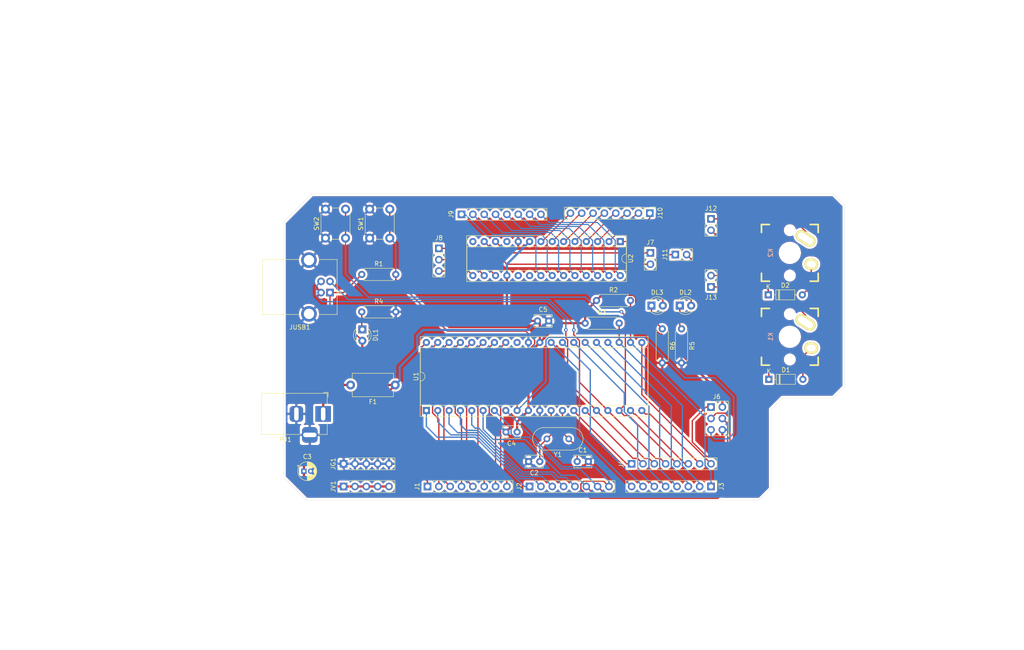
<source format=kicad_pcb>
(kicad_pcb (version 20171130) (host pcbnew "(5.1.4)-1")
  (title_block (title HW-Tester) (date 2020-01-27) (rev 0.1) (company Shanduur) (comment 2 "expander MCP23017 SP") (comment 3 "with additional support for I/O ") (comment 4 "Platform for testing QMK on ATMega32A"))
  (layers (0 F.Cu signal) (31 B.Cu signal) (34 B.Paste user) (35 F.Paste user) (36 B.SilkS user) (37 F.SilkS user) (38 B.Mask user) (39 F.Mask user) (44 Edge.Cuts user))
  (net 0 "")
  (net 1 GND)
  (net 2 "Net-(C1-Pad1)")
  (net 3 "Net-(C2-Pad1)")
  (net 4 +5V)
  (net 5 "Net-(D1-Pad2)")
  (net 6 "Net-(D1-Pad1)")
  (net 7 "Net-(D2-Pad2)")
  (net 8 "Net-(D2-Pad1)")
  (net 9 VCC)
  (net 10 "Net-(DL1-Pad1)")
  (net 11 "Net-(DL2-Pad2)")
  (net 12 "Net-(DL2-Pad1)")
  (net 13 "Net-(DL3-Pad2)")
  (net 14 "Net-(DL3-Pad1)")
  (net 15 PA7)
  (net 16 PA6)
  (net 17 PA5)
  (net 18 PA4)
  (net 19 PA3)
  (net 20 PA2)
  (net 21 PA1)
  (net 22 PA0)
  (net 23 SCK)
  (net 24 MISO)
  (net 25 MOSI)
  (net 26 PB4)
  (net 27 PB3)
  (net 28 PB2)
  (net 29 PB1)
  (net 30 PB0)
  (net 31 PC7)
  (net 32 PC6)
  (net 33 PC5)
  (net 34 PC4)
  (net 35 PC3)
  (net 36 PC2)
  (net 37 SDA)
  (net 38 SCL)
  (net 39 PD7)
  (net 40 PD6)
  (net 41 PD5)
  (net 42 BOOT)
  (net 43 D-)
  (net 44 D+)
  (net 45 PD1)
  (net 46 PD0)
  (net 47 RESET)
  (net 48 "Net-(J7-Pad2)")
  (net 49 "Net-(J7-Pad1)")
  (net 50 "Net-(J8-Pad3)")
  (net 51 "Net-(J8-Pad2)")
  (net 52 "Net-(J8-Pad1)")
  (net 53 GPA7)
  (net 54 GPA6)
  (net 55 GPA5)
  (net 56 GPA4)
  (net 57 GPA3)
  (net 58 GPA2)
  (net 59 GPA1)
  (net 60 GPA0)
  (net 61 GPB7)
  (net 62 GPB6)
  (net 63 GPB5)
  (net 64 GPB4)
  (net 65 GPB3)
  (net 66 GPB2)
  (net 67 GPB1)
  (net 68 GPB0)
  (net 69 "Net-(J12-Pad2)")
  (net 70 "Net-(J12-Pad1)")
  (module Crystal:Crystal_HC49-U_Vertical (layer F.Cu) (at 173.101 127.254 180)
    (fp_text reference Y1 (at 2.44 -3.525) (layer F.SilkS))
    (fp_text value Crystal)
    (pad 2 thru_hole circle (at 4.88 0 180) (size 1.5 1.5) (drill 0.8) (layers *.Cu *.Mask) (net 3 "Net-(C2-Pad1)"))
    (pad 1 thru_hole circle (at 0 0 180) (size 1.5 1.5) (drill 0.8) (layers *.Cu *.Mask) (net 2 "Net-(C1-Pad1)"))
  )
  (module Package_DIP:DIP-28_W7.62mm_Socket (layer F.Cu) (at 184.658 83.058 270)
    (fp_text reference U2 (at 3.81 -2.33 90) (layer F.SilkS))
    (fp_text value MCP23017_SP)
    (pad 28 thru_hole oval (at 7.62 0 270) (size 1.6 1.6) (drill 0.8) (layers *.Cu *.Mask) (net 53 GPA7))
    (pad 14 thru_hole oval (at 0 33.02 270) (size 1.6 1.6) (drill 0.8) (layers *.Cu *.Mask))
    (pad 27 thru_hole oval (at 7.62 2.54 270) (size 1.6 1.6) (drill 0.8) (layers *.Cu *.Mask) (net 54 GPA6))
    (pad 13 thru_hole oval (at 0 30.48 270) (size 1.6 1.6) (drill 0.8) (layers *.Cu *.Mask) (net 48 "Net-(J7-Pad2)"))
    (pad 26 thru_hole oval (at 7.62 5.08 270) (size 1.6 1.6) (drill 0.8) (layers *.Cu *.Mask) (net 55 GPA5))
    (pad 12 thru_hole oval (at 0 27.94 270) (size 1.6 1.6) (drill 0.8) (layers *.Cu *.Mask) (net 49 "Net-(J7-Pad1)"))
    (pad 25 thru_hole oval (at 7.62 7.62 270) (size 1.6 1.6) (drill 0.8) (layers *.Cu *.Mask) (net 56 GPA4))
    (pad 11 thru_hole oval (at 0 25.4 270) (size 1.6 1.6) (drill 0.8) (layers *.Cu *.Mask))
    (pad 24 thru_hole oval (at 7.62 10.16 270) (size 1.6 1.6) (drill 0.8) (layers *.Cu *.Mask) (net 57 GPA3))
    (pad 10 thru_hole oval (at 0 22.86 270) (size 1.6 1.6) (drill 0.8) (layers *.Cu *.Mask) (net 1 GND))
    (pad 23 thru_hole oval (at 7.62 12.7 270) (size 1.6 1.6) (drill 0.8) (layers *.Cu *.Mask) (net 58 GPA2))
    (pad 9 thru_hole oval (at 0 20.32 270) (size 1.6 1.6) (drill 0.8) (layers *.Cu *.Mask) (net 4 +5V))
    (pad 22 thru_hole oval (at 7.62 15.24 270) (size 1.6 1.6) (drill 0.8) (layers *.Cu *.Mask) (net 59 GPA1))
    (pad 8 thru_hole oval (at 0 17.78 270) (size 1.6 1.6) (drill 0.8) (layers *.Cu *.Mask) (net 61 GPB7))
    (pad 21 thru_hole oval (at 7.62 17.78 270) (size 1.6 1.6) (drill 0.8) (layers *.Cu *.Mask) (net 60 GPA0))
    (pad 7 thru_hole oval (at 0 15.24 270) (size 1.6 1.6) (drill 0.8) (layers *.Cu *.Mask) (net 62 GPB6))
    (pad 20 thru_hole oval (at 7.62 20.32 270) (size 1.6 1.6) (drill 0.8) (layers *.Cu *.Mask))
    (pad 6 thru_hole oval (at 0 12.7 270) (size 1.6 1.6) (drill 0.8) (layers *.Cu *.Mask) (net 63 GPB5))
    (pad 19 thru_hole oval (at 7.62 22.86 270) (size 1.6 1.6) (drill 0.8) (layers *.Cu *.Mask))
    (pad 5 thru_hole oval (at 0 10.16 270) (size 1.6 1.6) (drill 0.8) (layers *.Cu *.Mask) (net 64 GPB4))
    (pad 18 thru_hole oval (at 7.62 25.4 270) (size 1.6 1.6) (drill 0.8) (layers *.Cu *.Mask) (net 4 +5V))
    (pad 4 thru_hole oval (at 0 7.62 270) (size 1.6 1.6) (drill 0.8) (layers *.Cu *.Mask) (net 65 GPB3))
    (pad 17 thru_hole oval (at 7.62 27.94 270) (size 1.6 1.6) (drill 0.8) (layers *.Cu *.Mask) (net 52 "Net-(J8-Pad1)"))
    (pad 3 thru_hole oval (at 0 5.08 270) (size 1.6 1.6) (drill 0.8) (layers *.Cu *.Mask) (net 66 GPB2))
    (pad 16 thru_hole oval (at 7.62 30.48 270) (size 1.6 1.6) (drill 0.8) (layers *.Cu *.Mask) (net 51 "Net-(J8-Pad2)"))
    (pad 2 thru_hole oval (at 0 2.54 270) (size 1.6 1.6) (drill 0.8) (layers *.Cu *.Mask) (net 67 GPB1))
    (pad 15 thru_hole oval (at 7.62 33.02 270) (size 1.6 1.6) (drill 0.8) (layers *.Cu *.Mask) (net 50 "Net-(J8-Pad3)"))
    (pad 1 thru_hole rect (at 0 0 270) (size 1.6 1.6) (drill 0.8) (layers *.Cu *.Mask) (net 68 GPB0))
  )
  (module Package_DIP:DIP-40_W15.24mm_Socket (layer F.Cu) (at 141.224 120.904 90)
    (fp_text reference U1 (at 7.62 -2.33 90) (layer F.SilkS))
    (fp_text value ATmega32A-PU)
    (pad 40 thru_hole oval (at 15.24 0 90) (size 1.6 1.6) (drill 0.8) (layers *.Cu *.Mask) (net 22 PA0))
    (pad 20 thru_hole oval (at 0 48.26 90) (size 1.6 1.6) (drill 0.8) (layers *.Cu *.Mask) (net 40 PD6))
    (pad 39 thru_hole oval (at 15.24 2.54 90) (size 1.6 1.6) (drill 0.8) (layers *.Cu *.Mask) (net 21 PA1))
    (pad 19 thru_hole oval (at 0 45.72 90) (size 1.6 1.6) (drill 0.8) (layers *.Cu *.Mask) (net 41 PD5))
    (pad 38 thru_hole oval (at 15.24 5.08 90) (size 1.6 1.6) (drill 0.8) (layers *.Cu *.Mask) (net 20 PA2))
    (pad 18 thru_hole oval (at 0 43.18 90) (size 1.6 1.6) (drill 0.8) (layers *.Cu *.Mask) (net 42 BOOT))
    (pad 37 thru_hole oval (at 15.24 7.62 90) (size 1.6 1.6) (drill 0.8) (layers *.Cu *.Mask) (net 19 PA3))
    (pad 17 thru_hole oval (at 0 40.64 90) (size 1.6 1.6) (drill 0.8) (layers *.Cu *.Mask) (net 43 D-))
    (pad 36 thru_hole oval (at 15.24 10.16 90) (size 1.6 1.6) (drill 0.8) (layers *.Cu *.Mask) (net 18 PA4))
    (pad 16 thru_hole oval (at 0 38.1 90) (size 1.6 1.6) (drill 0.8) (layers *.Cu *.Mask) (net 44 D+))
    (pad 35 thru_hole oval (at 15.24 12.7 90) (size 1.6 1.6) (drill 0.8) (layers *.Cu *.Mask) (net 17 PA5))
    (pad 15 thru_hole oval (at 0 35.56 90) (size 1.6 1.6) (drill 0.8) (layers *.Cu *.Mask) (net 45 PD1))
    (pad 34 thru_hole oval (at 15.24 15.24 90) (size 1.6 1.6) (drill 0.8) (layers *.Cu *.Mask) (net 16 PA6))
    (pad 14 thru_hole oval (at 0 33.02 90) (size 1.6 1.6) (drill 0.8) (layers *.Cu *.Mask) (net 46 PD0))
    (pad 33 thru_hole oval (at 15.24 17.78 90) (size 1.6 1.6) (drill 0.8) (layers *.Cu *.Mask) (net 15 PA7))
    (pad 13 thru_hole oval (at 0 30.48 90) (size 1.6 1.6) (drill 0.8) (layers *.Cu *.Mask) (net 2 "Net-(C1-Pad1)"))
    (pad 32 thru_hole oval (at 15.24 20.32 90) (size 1.6 1.6) (drill 0.8) (layers *.Cu *.Mask))
    (pad 12 thru_hole oval (at 0 27.94 90) (size 1.6 1.6) (drill 0.8) (layers *.Cu *.Mask) (net 3 "Net-(C2-Pad1)"))
    (pad 31 thru_hole oval (at 15.24 22.86 90) (size 1.6 1.6) (drill 0.8) (layers *.Cu *.Mask) (net 1 GND))
    (pad 11 thru_hole oval (at 0 25.4 90) (size 1.6 1.6) (drill 0.8) (layers *.Cu *.Mask) (net 1 GND))
    (pad 30 thru_hole oval (at 15.24 25.4 90) (size 1.6 1.6) (drill 0.8) (layers *.Cu *.Mask) (net 4 +5V))
    (pad 10 thru_hole oval (at 0 22.86 90) (size 1.6 1.6) (drill 0.8) (layers *.Cu *.Mask) (net 4 +5V))
    (pad 29 thru_hole oval (at 15.24 27.94 90) (size 1.6 1.6) (drill 0.8) (layers *.Cu *.Mask) (net 31 PC7))
    (pad 9 thru_hole oval (at 0 20.32 90) (size 1.6 1.6) (drill 0.8) (layers *.Cu *.Mask) (net 47 RESET))
    (pad 28 thru_hole oval (at 15.24 30.48 90) (size 1.6 1.6) (drill 0.8) (layers *.Cu *.Mask) (net 32 PC6))
    (pad 8 thru_hole oval (at 0 17.78 90) (size 1.6 1.6) (drill 0.8) (layers *.Cu *.Mask) (net 23 SCK))
    (pad 27 thru_hole oval (at 15.24 33.02 90) (size 1.6 1.6) (drill 0.8) (layers *.Cu *.Mask) (net 33 PC5))
    (pad 7 thru_hole oval (at 0 15.24 90) (size 1.6 1.6) (drill 0.8) (layers *.Cu *.Mask) (net 24 MISO))
    (pad 26 thru_hole oval (at 15.24 35.56 90) (size 1.6 1.6) (drill 0.8) (layers *.Cu *.Mask) (net 34 PC4))
    (pad 6 thru_hole oval (at 0 12.7 90) (size 1.6 1.6) (drill 0.8) (layers *.Cu *.Mask) (net 25 MOSI))
    (pad 25 thru_hole oval (at 15.24 38.1 90) (size 1.6 1.6) (drill 0.8) (layers *.Cu *.Mask) (net 35 PC3))
    (pad 5 thru_hole oval (at 0 10.16 90) (size 1.6 1.6) (drill 0.8) (layers *.Cu *.Mask) (net 26 PB4))
    (pad 24 thru_hole oval (at 15.24 40.64 90) (size 1.6 1.6) (drill 0.8) (layers *.Cu *.Mask) (net 36 PC2))
    (pad 4 thru_hole oval (at 0 7.62 90) (size 1.6 1.6) (drill 0.8) (layers *.Cu *.Mask) (net 27 PB3))
    (pad 23 thru_hole oval (at 15.24 43.18 90) (size 1.6 1.6) (drill 0.8) (layers *.Cu *.Mask) (net 37 SDA))
    (pad 3 thru_hole oval (at 0 5.08 90) (size 1.6 1.6) (drill 0.8) (layers *.Cu *.Mask) (net 28 PB2))
    (pad 22 thru_hole oval (at 15.24 45.72 90) (size 1.6 1.6) (drill 0.8) (layers *.Cu *.Mask) (net 38 SCL))
    (pad 2 thru_hole oval (at 0 2.54 90) (size 1.6 1.6) (drill 0.8) (layers *.Cu *.Mask) (net 29 PB1))
    (pad 21 thru_hole oval (at 15.24 48.26 90) (size 1.6 1.6) (drill 0.8) (layers *.Cu *.Mask) (net 39 PD7))
    (pad 1 thru_hole rect (at 0 0 90) (size 1.6 1.6) (drill 0.8) (layers *.Cu *.Mask) (net 30 PB0))
  )
  (module Button_Switch_THT:SW_PUSH_6mm (layer F.Cu) (at 118.618 82.296 90)
    (fp_text reference SW2 (at 3.25 -2 90) (layer F.SilkS))
    (fp_text value SW_BOOT)
    (pad 1 thru_hole circle (at 6.5 0 180) (size 2 2) (drill 1.1) (layers *.Cu *.Mask) (net 1 GND))
    (pad 2 thru_hole circle (at 6.5 4.5 180) (size 2 2) (drill 1.1) (layers *.Cu *.Mask) (net 42 BOOT))
    (pad 1 thru_hole circle (at 0 0 180) (size 2 2) (drill 1.1) (layers *.Cu *.Mask) (net 1 GND))
    (pad 2 thru_hole circle (at 0 4.5 180) (size 2 2) (drill 1.1) (layers *.Cu *.Mask) (net 42 BOOT))
  )
  (module Button_Switch_THT:SW_PUSH_6mm (layer F.Cu) (at 128.524 82.296 90)
    (fp_text reference SW1 (at 3.25 -2 90) (layer F.SilkS))
    (fp_text value SW_RESET)
    (pad 1 thru_hole circle (at 6.5 0 180) (size 2 2) (drill 1.1) (layers *.Cu *.Mask) (net 1 GND))
    (pad 2 thru_hole circle (at 6.5 4.5 180) (size 2 2) (drill 1.1) (layers *.Cu *.Mask) (net 47 RESET))
    (pad 1 thru_hole circle (at 0 0 180) (size 2 2) (drill 1.1) (layers *.Cu *.Mask) (net 1 GND))
    (pad 2 thru_hole circle (at 0 4.5 180) (size 2 2) (drill 1.1) (layers *.Cu *.Mask) (net 47 RESET))
  )
  (module Resistor_THT:R_Axial_DIN0207_L6.3mm_D2.5mm_P7.62mm_Horizontal (layer F.Cu) (at 194.056 102.616 270)
    (fp_text reference R6 (at 3.81 -2.37 90) (layer F.SilkS))
    (fp_text value 1.5k)
    (pad 2 thru_hole oval (at 7.62 0 270) (size 1.6 1.6) (drill 0.8) (layers *.Cu *.Mask) (net 1 GND))
    (pad 1 thru_hole circle (at 0 0 270) (size 1.6 1.6) (drill 0.8) (layers *.Cu *.Mask) (net 14 "Net-(DL3-Pad1)"))
  )
  (module Resistor_THT:R_Axial_DIN0207_L6.3mm_D2.5mm_P7.62mm_Horizontal (layer F.Cu) (at 198.374 102.616 270)
    (fp_text reference R5 (at 3.81 -2.37 90) (layer F.SilkS))
    (fp_text value 1.5k)
    (pad 2 thru_hole oval (at 7.62 0 270) (size 1.6 1.6) (drill 0.8) (layers *.Cu *.Mask) (net 1 GND))
    (pad 1 thru_hole circle (at 0 0 270) (size 1.6 1.6) (drill 0.8) (layers *.Cu *.Mask) (net 12 "Net-(DL2-Pad1)"))
  )
  (module Resistor_THT:R_Axial_DIN0207_L6.3mm_D2.5mm_P7.62mm_Horizontal (layer F.Cu) (at 126.746 98.806)
    (fp_text reference R4 (at 3.81 -2.37) (layer F.SilkS))
    (fp_text value 1.5k)
    (pad 2 thru_hole oval (at 7.62 0) (size 1.6 1.6) (drill 0.8) (layers *.Cu *.Mask) (net 1 GND))
    (pad 1 thru_hole circle (at 0 0) (size 1.6 1.6) (drill 0.8) (layers *.Cu *.Mask) (net 10 "Net-(DL1-Pad1)"))
  )
  (module Resistor_THT:R_Axial_DIN0207_L6.3mm_D2.5mm_P7.62mm_Horizontal (layer F.Cu) (at 176.784 101.346)
    (fp_text reference R3 (at 3.81 -2.37) (layer F.SilkS))
    (fp_text value 10k)
    (pad 2 thru_hole oval (at 7.62 0) (size 1.6 1.6) (drill 0.8) (layers *.Cu *.Mask) (net 37 SDA))
    (pad 1 thru_hole circle (at 0 0) (size 1.6 1.6) (drill 0.8) (layers *.Cu *.Mask) (net 4 +5V))
  )
  (module Resistor_THT:R_Axial_DIN0207_L6.3mm_D2.5mm_P7.62mm_Horizontal (layer F.Cu) (at 179.324 96.266)
    (fp_text reference R2 (at 3.81 -2.37) (layer F.SilkS))
    (fp_text value 10k)
    (pad 2 thru_hole oval (at 7.62 0) (size 1.6 1.6) (drill 0.8) (layers *.Cu *.Mask) (net 38 SCL))
    (pad 1 thru_hole circle (at 0 0) (size 1.6 1.6) (drill 0.8) (layers *.Cu *.Mask) (net 4 +5V))
  )
  (module Resistor_THT:R_Axial_DIN0207_L6.3mm_D2.5mm_P7.62mm_Horizontal (layer F.Cu) (at 126.746 90.424)
    (fp_text reference R1 (at 3.81 -2.37) (layer F.SilkS))
    (fp_text value 10k)
    (pad 2 thru_hole oval (at 7.62 0) (size 1.6 1.6) (drill 0.8) (layers *.Cu *.Mask) (net 47 RESET))
    (pad 1 thru_hole circle (at 0 0) (size 1.6 1.6) (drill 0.8) (layers *.Cu *.Mask) (net 4 +5V))
  )
  (module Connector_BarrelJack:BarrelJack_Horizontal (layer F.Cu) (at 118.11 121.666)
    (fp_text reference PJ1 (at -8.45 5.75) (layer F.SilkS))
    (fp_text value Barrel_Jack)
    (pad 3 thru_hole roundrect (at -3 4.7) (size 3.5 3.5) (drill oval 3 1) (layers *.Cu *.Mask) (net 1 GND))
    (pad 2 thru_hole roundrect (at -6 0) (size 3 3.5) (drill oval 1 3) (layers *.Cu *.Mask) (net 1 GND))
    (pad 1 thru_hole rect (at 0 0) (size 3.5 3.5) (drill oval 1 3) (layers *.Cu *.Mask) (net 9 VCC))
  )
  (module keebs:Mx_Alps_100 (layer F.Cu) (at 222.631 85.598 270)
    (fp_text reference K2 (at 0 4.318 90) (layer B.SilkS) (effects (font (thickness 0.2)) (justify mirror)))
    (fp_text value KEYSW hide)
    (pad 2 thru_hole oval (at 2.52 -4.79 266.1) (size 2.5 3.08) (drill oval 1.5 2.08) (layers *.Cu *.Mask F.SilkS) (net 7 "Net-(D2-Pad2)"))
    (pad 1 thru_hole oval (at -3.255 -3.52 237.5) (size 2.5 4.75) (drill oval 1.5 3.75) (layers *.Cu *.Mask F.SilkS) (net 70 "Net-(J12-Pad1)"))
    (pad HOLE np_thru_hole circle (at 5.08 0 270) (size 1.7018 1.7018) (drill 1.7018) (layers *.Cu))
    (pad HOLE np_thru_hole circle (at -5.08 0 270) (size 1.7018 1.7018) (drill 1.7018) (layers *.Cu))
    (pad HOLE np_thru_hole circle (at 0 0 270) (size 3.9878 3.9878) (drill 3.9878) (layers *.Cu))
  )
  (module keebs:Mx_Alps_100 (layer F.Cu) (at 222.631 104.394 270)
    (fp_text reference K1 (at 0 4.318 90) (layer B.SilkS) (effects (font (thickness 0.2)) (justify mirror)))
    (fp_text value KEYSW hide)
    (pad 2 thru_hole oval (at 2.52 -4.79 266.1) (size 2.5 3.08) (drill oval 1.5 2.08) (layers *.Cu *.Mask F.SilkS) (net 5 "Net-(D1-Pad2)"))
    (pad 1 thru_hole oval (at -3.255 -3.52 237.5) (size 2.5 4.75) (drill oval 1.5 3.75) (layers *.Cu *.Mask F.SilkS) (net 69 "Net-(J12-Pad2)"))
    (pad HOLE np_thru_hole circle (at 5.08 0 270) (size 1.7018 1.7018) (drill 1.7018) (layers *.Cu))
    (pad HOLE np_thru_hole circle (at -5.08 0 270) (size 1.7018 1.7018) (drill 1.7018) (layers *.Cu))
    (pad HOLE np_thru_hole circle (at 0 0 270) (size 3.9878 3.9878) (drill 3.9878) (layers *.Cu))
  )
  (module Connector_PinHeader_2.54mm:PinHeader_1x05_P2.54mm_Vertical (layer F.Cu) (at 122.682 137.922 90)
    (fp_text reference JV1 (at 0 -2.33 90) (layer F.SilkS))
    (fp_text value 5V)
    (pad 5 thru_hole oval (at 0 10.16 90) (size 1.7 1.7) (drill 1) (layers *.Cu *.Mask) (net 4 +5V))
    (pad 4 thru_hole oval (at 0 7.62 90) (size 1.7 1.7) (drill 1) (layers *.Cu *.Mask) (net 4 +5V))
    (pad 3 thru_hole oval (at 0 5.08 90) (size 1.7 1.7) (drill 1) (layers *.Cu *.Mask) (net 4 +5V))
    (pad 2 thru_hole oval (at 0 2.54 90) (size 1.7 1.7) (drill 1) (layers *.Cu *.Mask) (net 4 +5V))
    (pad 1 thru_hole rect (at 0 0 90) (size 1.7 1.7) (drill 1) (layers *.Cu *.Mask) (net 4 +5V))
  )
  (module Connector_USB:USB_B_OST_USB-B1HSxx_Horizontal (layer F.Cu) (at 119.634 94.488 180)
    (fp_text reference JUSB1 (at 6.76 -7.77) (layer F.SilkS))
    (fp_text value USB_B)
    (pad 5 thru_hole circle (at 4.71 7.27 180) (size 3.5 3.5) (drill 2.33) (layers *.Cu *.Mask) (net 1 GND))
    (pad 5 thru_hole circle (at 4.71 -4.77 180) (size 3.5 3.5) (drill 2.33) (layers *.Cu *.Mask) (net 1 GND))
    (pad 4 thru_hole circle (at 2 0 180) (size 1.7 1.7) (drill 0.92) (layers *.Cu *.Mask) (net 1 GND))
    (pad 3 thru_hole circle (at 2 2.5 180) (size 1.7 1.7) (drill 0.92) (layers *.Cu *.Mask) (net 44 D+))
    (pad 2 thru_hole circle (at 0 2.5 180) (size 1.7 1.7) (drill 0.92) (layers *.Cu *.Mask) (net 43 D-))
    (pad 1 thru_hole rect (at 0 0 180) (size 1.7 1.7) (drill 0.92) (layers *.Cu *.Mask) (net 4 +5V))
  )
  (module Connector_PinHeader_2.54mm:PinHeader_1x05_P2.54mm_Vertical (layer F.Cu) (at 122.682 132.842 90)
    (fp_text reference JG1 (at 0 -2.33 90) (layer F.SilkS))
    (fp_text value GND)
    (pad 5 thru_hole oval (at 0 10.16 90) (size 1.7 1.7) (drill 1) (layers *.Cu *.Mask) (net 1 GND))
    (pad 4 thru_hole oval (at 0 7.62 90) (size 1.7 1.7) (drill 1) (layers *.Cu *.Mask) (net 1 GND))
    (pad 3 thru_hole oval (at 0 5.08 90) (size 1.7 1.7) (drill 1) (layers *.Cu *.Mask) (net 1 GND))
    (pad 2 thru_hole oval (at 0 2.54 90) (size 1.7 1.7) (drill 1) (layers *.Cu *.Mask) (net 1 GND))
    (pad 1 thru_hole rect (at 0 0 90) (size 1.7 1.7) (drill 1) (layers *.Cu *.Mask) (net 1 GND))
  )
  (module Connector_PinHeader_2.54mm:PinHeader_1x02_P2.54mm_Vertical (layer F.Cu) (at 204.978 93.218 180)
    (fp_text reference J13 (at 0 -2.33) (layer F.SilkS))
    (fp_text value SW_Min)
    (pad 2 thru_hole oval (at 0 2.54 180) (size 1.7 1.7) (drill 1) (layers *.Cu *.Mask) (net 8 "Net-(D2-Pad1)"))
    (pad 1 thru_hole rect (at 0 0 180) (size 1.7 1.7) (drill 1) (layers *.Cu *.Mask) (net 6 "Net-(D1-Pad1)"))
  )
  (module Connector_PinHeader_2.54mm:PinHeader_1x02_P2.54mm_Vertical (layer F.Cu) (at 204.978 77.978)
    (fp_text reference J12 (at 0 -2.33) (layer F.SilkS))
    (fp_text value SW_Pls)
    (pad 2 thru_hole oval (at 0 2.54) (size 1.7 1.7) (drill 1) (layers *.Cu *.Mask) (net 69 "Net-(J12-Pad2)"))
    (pad 1 thru_hole rect (at 0 0) (size 1.7 1.7) (drill 1) (layers *.Cu *.Mask) (net 70 "Net-(J12-Pad1)"))
  )
  (module Connector_PinHeader_2.54mm:PinHeader_1x02_P2.54mm_Vertical (layer F.Cu) (at 196.977 85.979 90)
    (fp_text reference J11 (at 0 -2.33 90) (layer F.SilkS))
    (fp_text value UserLED)
    (pad 2 thru_hole oval (at 0 2.54 90) (size 1.7 1.7) (drill 1) (layers *.Cu *.Mask) (net 11 "Net-(DL2-Pad2)"))
    (pad 1 thru_hole rect (at 0 0 90) (size 1.7 1.7) (drill 1) (layers *.Cu *.Mask) (net 13 "Net-(DL3-Pad2)"))
  )
  (module Connector_PinHeader_2.54mm:PinHeader_1x08_P2.54mm_Vertical (layer F.Cu) (at 191.262 76.708 270)
    (fp_text reference J10 (at 0 -2.33 90) (layer F.SilkS))
    (fp_text value PORT_GB)
    (pad 8 thru_hole oval (at 0 17.78 270) (size 1.7 1.7) (drill 1) (layers *.Cu *.Mask) (net 61 GPB7))
    (pad 7 thru_hole oval (at 0 15.24 270) (size 1.7 1.7) (drill 1) (layers *.Cu *.Mask) (net 62 GPB6))
    (pad 6 thru_hole oval (at 0 12.7 270) (size 1.7 1.7) (drill 1) (layers *.Cu *.Mask) (net 63 GPB5))
    (pad 5 thru_hole oval (at 0 10.16 270) (size 1.7 1.7) (drill 1) (layers *.Cu *.Mask) (net 64 GPB4))
    (pad 4 thru_hole oval (at 0 7.62 270) (size 1.7 1.7) (drill 1) (layers *.Cu *.Mask) (net 65 GPB3))
    (pad 3 thru_hole oval (at 0 5.08 270) (size 1.7 1.7) (drill 1) (layers *.Cu *.Mask) (net 66 GPB2))
    (pad 2 thru_hole oval (at 0 2.54 270) (size 1.7 1.7) (drill 1) (layers *.Cu *.Mask) (net 67 GPB1))
    (pad 1 thru_hole rect (at 0 0 270) (size 1.7 1.7) (drill 1) (layers *.Cu *.Mask) (net 68 GPB0))
  )
  (module Connector_PinHeader_2.54mm:PinHeader_1x08_P2.54mm_Vertical (layer F.Cu) (at 149.098 76.962 90)
    (fp_text reference J9 (at 0 -2.33 90) (layer F.SilkS))
    (fp_text value PORT_GA)
    (pad 8 thru_hole oval (at 0 17.78 90) (size 1.7 1.7) (drill 1) (layers *.Cu *.Mask) (net 53 GPA7))
    (pad 7 thru_hole oval (at 0 15.24 90) (size 1.7 1.7) (drill 1) (layers *.Cu *.Mask) (net 54 GPA6))
    (pad 6 thru_hole oval (at 0 12.7 90) (size 1.7 1.7) (drill 1) (layers *.Cu *.Mask) (net 55 GPA5))
    (pad 5 thru_hole oval (at 0 10.16 90) (size 1.7 1.7) (drill 1) (layers *.Cu *.Mask) (net 56 GPA4))
    (pad 4 thru_hole oval (at 0 7.62 90) (size 1.7 1.7) (drill 1) (layers *.Cu *.Mask) (net 57 GPA3))
    (pad 3 thru_hole oval (at 0 5.08 90) (size 1.7 1.7) (drill 1) (layers *.Cu *.Mask) (net 58 GPA2))
    (pad 2 thru_hole oval (at 0 2.54 90) (size 1.7 1.7) (drill 1) (layers *.Cu *.Mask) (net 59 GPA1))
    (pad 1 thru_hole rect (at 0 0 90) (size 1.7 1.7) (drill 1) (layers *.Cu *.Mask) (net 60 GPA0))
  )
  (module Connector_PinHeader_2.54mm:PinHeader_1x03_P2.54mm_Vertical (layer F.Cu) (at 144.018 84.582)
    (fp_text reference J8 (at 0 -2.33) (layer F.SilkS))
    (fp_text value Address)
    (pad 3 thru_hole oval (at 0 5.08) (size 1.7 1.7) (drill 1) (layers *.Cu *.Mask) (net 50 "Net-(J8-Pad3)"))
    (pad 2 thru_hole oval (at 0 2.54) (size 1.7 1.7) (drill 1) (layers *.Cu *.Mask) (net 51 "Net-(J8-Pad2)"))
    (pad 1 thru_hole rect (at 0 0) (size 1.7 1.7) (drill 1) (layers *.Cu *.Mask) (net 52 "Net-(J8-Pad1)"))
  )
  (module Connector_PinHeader_2.54mm:PinHeader_1x02_P2.54mm_Vertical (layer F.Cu) (at 191.389 85.598)
    (fp_text reference J7 (at 0 -2.33) (layer F.SilkS))
    (fp_text value I2C)
    (pad 2 thru_hole oval (at 0 2.54) (size 1.7 1.7) (drill 1) (layers *.Cu *.Mask) (net 48 "Net-(J7-Pad2)"))
    (pad 1 thru_hole rect (at 0 0) (size 1.7 1.7) (drill 1) (layers *.Cu *.Mask) (net 49 "Net-(J7-Pad1)"))
  )
  (module Connector_PinHeader_2.54mm:PinHeader_2x03_P2.54mm_Vertical (layer F.Cu) (at 204.978 120.142)
    (fp_text reference J6 (at 1.27 -2.33) (layer F.SilkS))
    (fp_text value AVR-ISP-6)
    (pad 6 thru_hole oval (at 2.54 5.08) (size 1.7 1.7) (drill 1) (layers *.Cu *.Mask) (net 1 GND))
    (pad 5 thru_hole oval (at 0 5.08) (size 1.7 1.7) (drill 1) (layers *.Cu *.Mask) (net 47 RESET))
    (pad 4 thru_hole oval (at 2.54 2.54) (size 1.7 1.7) (drill 1) (layers *.Cu *.Mask) (net 25 MOSI))
    (pad 3 thru_hole oval (at 0 2.54) (size 1.7 1.7) (drill 1) (layers *.Cu *.Mask) (net 23 SCK))
    (pad 2 thru_hole oval (at 2.54 0) (size 1.7 1.7) (drill 1) (layers *.Cu *.Mask) (net 4 +5V))
    (pad 1 thru_hole rect (at 0 0) (size 1.7 1.7) (drill 1) (layers *.Cu *.Mask) (net 24 MISO))
  )
  (module Connector_PinHeader_2.54mm:PinHeader_1x08_P2.54mm_Vertical (layer F.Cu) (at 187.198 132.842 90)
    (fp_text reference J4 (at 0 -2.33 90) (layer F.SilkS))
    (fp_text value PORT_D)
    (pad 8 thru_hole oval (at 0 17.78 90) (size 1.7 1.7) (drill 1) (layers *.Cu *.Mask) (net 39 PD7))
    (pad 7 thru_hole oval (at 0 15.24 90) (size 1.7 1.7) (drill 1) (layers *.Cu *.Mask) (net 40 PD6))
    (pad 6 thru_hole oval (at 0 12.7 90) (size 1.7 1.7) (drill 1) (layers *.Cu *.Mask) (net 41 PD5))
    (pad 5 thru_hole oval (at 0 10.16 90) (size 1.7 1.7) (drill 1) (layers *.Cu *.Mask) (net 42 BOOT))
    (pad 4 thru_hole oval (at 0 7.62 90) (size 1.7 1.7) (drill 1) (layers *.Cu *.Mask) (net 43 D-))
    (pad 3 thru_hole oval (at 0 5.08 90) (size 1.7 1.7) (drill 1) (layers *.Cu *.Mask) (net 44 D+))
    (pad 2 thru_hole oval (at 0 2.54 90) (size 1.7 1.7) (drill 1) (layers *.Cu *.Mask) (net 45 PD1))
    (pad 1 thru_hole rect (at 0 0 90) (size 1.7 1.7) (drill 1) (layers *.Cu *.Mask) (net 46 PD0))
  )
  (module Connector_PinHeader_2.54mm:PinHeader_1x08_P2.54mm_Vertical (layer F.Cu) (at 204.978 137.922 270)
    (fp_text reference J3 (at 0 -2.33 90) (layer F.SilkS))
    (fp_text value PORT_C)
    (pad 8 thru_hole oval (at 0 17.78 270) (size 1.7 1.7) (drill 1) (layers *.Cu *.Mask) (net 31 PC7))
    (pad 7 thru_hole oval (at 0 15.24 270) (size 1.7 1.7) (drill 1) (layers *.Cu *.Mask) (net 32 PC6))
    (pad 6 thru_hole oval (at 0 12.7 270) (size 1.7 1.7) (drill 1) (layers *.Cu *.Mask) (net 33 PC5))
    (pad 5 thru_hole oval (at 0 10.16 270) (size 1.7 1.7) (drill 1) (layers *.Cu *.Mask) (net 34 PC4))
    (pad 4 thru_hole oval (at 0 7.62 270) (size 1.7 1.7) (drill 1) (layers *.Cu *.Mask) (net 35 PC3))
    (pad 3 thru_hole oval (at 0 5.08 270) (size 1.7 1.7) (drill 1) (layers *.Cu *.Mask) (net 36 PC2))
    (pad 2 thru_hole oval (at 0 2.54 270) (size 1.7 1.7) (drill 1) (layers *.Cu *.Mask) (net 37 SDA))
    (pad 1 thru_hole rect (at 0 0 270) (size 1.7 1.7) (drill 1) (layers *.Cu *.Mask) (net 38 SCL))
  )
  (module Connector_PinHeader_2.54mm:PinHeader_1x08_P2.54mm_Vertical (layer F.Cu) (at 164.338 137.922 90)
    (fp_text reference J2 (at 0 -2.33 90) (layer F.SilkS))
    (fp_text value PORT_B)
    (pad 8 thru_hole oval (at 0 17.78 90) (size 1.7 1.7) (drill 1) (layers *.Cu *.Mask) (net 23 SCK))
    (pad 7 thru_hole oval (at 0 15.24 90) (size 1.7 1.7) (drill 1) (layers *.Cu *.Mask) (net 24 MISO))
    (pad 6 thru_hole oval (at 0 12.7 90) (size 1.7 1.7) (drill 1) (layers *.Cu *.Mask) (net 25 MOSI))
    (pad 5 thru_hole oval (at 0 10.16 90) (size 1.7 1.7) (drill 1) (layers *.Cu *.Mask) (net 26 PB4))
    (pad 4 thru_hole oval (at 0 7.62 90) (size 1.7 1.7) (drill 1) (layers *.Cu *.Mask) (net 27 PB3))
    (pad 3 thru_hole oval (at 0 5.08 90) (size 1.7 1.7) (drill 1) (layers *.Cu *.Mask) (net 28 PB2))
    (pad 2 thru_hole oval (at 0 2.54 90) (size 1.7 1.7) (drill 1) (layers *.Cu *.Mask) (net 29 PB1))
    (pad 1 thru_hole rect (at 0 0 90) (size 1.7 1.7) (drill 1) (layers *.Cu *.Mask) (net 30 PB0))
  )
  (module Connector_PinHeader_2.54mm:PinHeader_1x08_P2.54mm_Vertical (layer F.Cu) (at 141.478 137.922 90)
    (fp_text reference J1 (at 0 -2.33 90) (layer F.SilkS))
    (fp_text value PORT_A)
    (pad 8 thru_hole oval (at 0 17.78 90) (size 1.7 1.7) (drill 1) (layers *.Cu *.Mask) (net 15 PA7))
    (pad 7 thru_hole oval (at 0 15.24 90) (size 1.7 1.7) (drill 1) (layers *.Cu *.Mask) (net 16 PA6))
    (pad 6 thru_hole oval (at 0 12.7 90) (size 1.7 1.7) (drill 1) (layers *.Cu *.Mask) (net 17 PA5))
    (pad 5 thru_hole oval (at 0 10.16 90) (size 1.7 1.7) (drill 1) (layers *.Cu *.Mask) (net 18 PA4))
    (pad 4 thru_hole oval (at 0 7.62 90) (size 1.7 1.7) (drill 1) (layers *.Cu *.Mask) (net 19 PA3))
    (pad 3 thru_hole oval (at 0 5.08 90) (size 1.7 1.7) (drill 1) (layers *.Cu *.Mask) (net 20 PA2))
    (pad 2 thru_hole oval (at 0 2.54 90) (size 1.7 1.7) (drill 1) (layers *.Cu *.Mask) (net 21 PA1))
    (pad 1 thru_hole rect (at 0 0 90) (size 1.7 1.7) (drill 1) (layers *.Cu *.Mask) (net 22 PA0))
  )
  (module Capacitor_THT:C_Disc_D9.0mm_W5.0mm_P10.00mm (layer F.Cu) (at 134.239 115.189 180)
    (fp_text reference F1 (at 5 -3.75) (layer F.SilkS))
    (fp_text value 500mA)
    (pad 2 thru_hole circle (at 10 0 180) (size 2 2) (drill 1) (layers *.Cu *.Mask) (net 9 VCC))
    (pad 1 thru_hole circle (at 0 0 180) (size 2 2) (drill 1) (layers *.Cu *.Mask) (net 4 +5V))
  )
  (module LED_THT:LED_D3.0mm (layer F.Cu) (at 191.643 97.409)
    (fp_text reference DL3 (at 1.27 -2.96) (layer F.SilkS))
    (fp_text value User2)
    (pad 2 thru_hole circle (at 2.54 0) (size 1.8 1.8) (drill 0.9) (layers *.Cu *.Mask) (net 13 "Net-(DL3-Pad2)"))
    (pad 1 thru_hole rect (at 0 0) (size 1.8 1.8) (drill 0.9) (layers *.Cu *.Mask) (net 14 "Net-(DL3-Pad1)"))
  )
  (module LED_THT:LED_D3.0mm (layer F.Cu) (at 197.993 97.409)
    (fp_text reference DL2 (at 1.27 -2.96) (layer F.SilkS))
    (fp_text value User1)
    (pad 2 thru_hole circle (at 2.54 0) (size 1.8 1.8) (drill 0.9) (layers *.Cu *.Mask) (net 11 "Net-(DL2-Pad2)"))
    (pad 1 thru_hole rect (at 0 0) (size 1.8 1.8) (drill 0.9) (layers *.Cu *.Mask) (net 12 "Net-(DL2-Pad1)"))
  )
  (module LED_THT:LED_D3.0mm (layer F.Cu) (at 126.873 102.743 270)
    (fp_text reference DL1 (at 1.27 -2.96 90) (layer F.SilkS))
    (fp_text value Power)
    (pad 2 thru_hole circle (at 2.54 0 270) (size 1.8 1.8) (drill 0.9) (layers *.Cu *.Mask) (net 4 +5V))
    (pad 1 thru_hole rect (at 0 0 270) (size 1.8 1.8) (drill 0.9) (layers *.Cu *.Mask) (net 10 "Net-(DL1-Pad1)"))
  )
  (module Diode_THT:D_DO-35_SOD27_P7.62mm_Horizontal (layer F.Cu) (at 217.805 94.996)
    (fp_text reference D2 (at 3.81 -2.12) (layer F.SilkS))
    (fp_text value D)
    (fp_text user K (at 0 -1.8) (layer F.SilkS))
    (pad 2 thru_hole oval (at 7.62 0) (size 1.6 1.6) (drill 0.8) (layers *.Cu *.Mask) (net 7 "Net-(D2-Pad2)"))
    (pad 1 thru_hole rect (at 0 0) (size 1.6 1.6) (drill 0.8) (layers *.Cu *.Mask) (net 8 "Net-(D2-Pad1)"))
  )
  (module Diode_THT:D_DO-35_SOD27_P7.62mm_Horizontal (layer F.Cu) (at 217.932 113.919)
    (fp_text reference D1 (at 3.81 -2.12) (layer F.SilkS))
    (fp_text value D)
    (fp_text user K (at 0 -1.8) (layer F.SilkS))
    (pad 2 thru_hole oval (at 7.62 0) (size 1.6 1.6) (drill 0.8) (layers *.Cu *.Mask) (net 5 "Net-(D1-Pad2)"))
    (pad 1 thru_hole rect (at 0 0) (size 1.6 1.6) (drill 0.8) (layers *.Cu *.Mask) (net 6 "Net-(D1-Pad1)"))
  )
  (module Capacitor_THT:C_Disc_D3.8mm_W2.6mm_P2.50mm (layer F.Cu) (at 166.116 100.838)
    (fp_text reference C5 (at 1.25 -2.55) (layer F.SilkS))
    (fp_text value 0.1u)
    (pad 2 thru_hole circle (at 2.5 0) (size 1.6 1.6) (drill 0.8) (layers *.Cu *.Mask) (net 1 GND))
    (pad 1 thru_hole circle (at 0 0) (size 1.6 1.6) (drill 0.8) (layers *.Cu *.Mask) (net 4 +5V))
  )
  (module Capacitor_THT:C_Disc_D3.8mm_W2.6mm_P2.50mm (layer F.Cu) (at 161.544 125.73 180)
    (fp_text reference C4 (at 1.25 -2.55) (layer F.SilkS))
    (fp_text value 0.1u)
    (pad 2 thru_hole circle (at 2.5 0 180) (size 1.6 1.6) (drill 0.8) (layers *.Cu *.Mask) (net 1 GND))
    (pad 1 thru_hole circle (at 0 0 180) (size 1.6 1.6) (drill 0.8) (layers *.Cu *.Mask) (net 4 +5V))
  )
  (module Capacitor_THT:CP_Radial_D4.0mm_P1.50mm (layer F.Cu) (at 113.792 134.493)
    (fp_text reference C3 (at 0.75 -3.25) (layer F.SilkS))
    (fp_text value 4.7u)
    (pad 2 thru_hole circle (at 1.5 0) (size 1.2 1.2) (drill 0.6) (layers *.Cu *.Mask) (net 1 GND))
    (pad 1 thru_hole rect (at 0 0) (size 1.2 1.2) (drill 0.6) (layers *.Cu *.Mask) (net 4 +5V))
  )
  (module Capacitor_THT:C_Disc_D3.8mm_W2.6mm_P2.50mm (layer F.Cu) (at 166.624 132.334 180)
    (fp_text reference C2 (at 1.25 -2.55) (layer F.SilkS))
    (fp_text value 22p)
    (pad 2 thru_hole circle (at 2.5 0 180) (size 1.6 1.6) (drill 0.8) (layers *.Cu *.Mask) (net 1 GND))
    (pad 1 thru_hole circle (at 0 0 180) (size 1.6 1.6) (drill 0.8) (layers *.Cu *.Mask) (net 3 "Net-(C2-Pad1)"))
  )
  (module Capacitor_THT:C_Disc_D3.8mm_W2.6mm_P2.50mm (layer F.Cu) (at 175.006 132.334)
    (fp_text reference C1 (at 1.25 -2.55) (layer F.SilkS))
    (fp_text value 22p)
    (pad 2 thru_hole circle (at 2.5 0) (size 1.6 1.6) (drill 0.8) (layers *.Cu *.Mask) (net 1 GND))
    (pad 1 thru_hole circle (at 0 0) (size 1.6 1.6) (drill 0.8) (layers *.Cu *.Mask) (net 2 "Net-(C1-Pad1)"))
  )
  (gr_line (start 109.22 135.89) (end 109.22 129.54) (layer Edge.Cuts) (width 0.05))
  (gr_line (start 111.76 138.43) (end 109.22 135.89) (layer Edge.Cuts) (width 0.05))
  (gr_line (start 114.3 140.97) (end 111.76 138.43) (layer Edge.Cuts) (width 0.05))
  (gr_line (start 110.49 77.47) (end 109.22 78.74) (layer Edge.Cuts) (width 0.05))
  (gr_line (start 113.03 74.93) (end 110.49 77.47) (layer Edge.Cuts) (width 0.05))
  (gr_line (start 115.57 72.39) (end 113.03 74.93) (layer Edge.Cuts) (width 0.05))
  (gr_line (start 218.44 138.43) (end 215.9 140.97) (layer Edge.Cuts) (width 0.05))
  (gr_line (start 218.44 120.65) (end 218.44 138.43) (layer Edge.Cuts) (width 0.05))
  (gr_line (start 220.98 118.11) (end 218.44 120.65) (layer Edge.Cuts) (width 0.05))
  (gr_line (start 232.41 118.11) (end 220.98 118.11) (layer Edge.Cuts) (width 0.05))
  (gr_line (start 234.95 115.57) (end 232.41 118.11) (layer Edge.Cuts) (width 0.05))
  (gr_line (start 234.95 74.93) (end 234.95 115.57) (layer Edge.Cuts) (width 0.05))
  (gr_line (start 232.41 72.39) (end 234.95 74.93) (layer Edge.Cuts) (width 0.05))
  (gr_line (start 115.57 72.39) (end 232.41 72.39) (layer Edge.Cuts) (width 0.05))
  (gr_line (start 109.22 81.153) (end 109.22 78.74) (layer Edge.Cuts) (width 0.05))
  (gr_line (start 109.22 129.54) (end 109.22 81.153) (layer Edge.Cuts) (width 0.05))
  (gr_line (start 215.9 140.97) (end 114.3 140.97) (layer Edge.Cuts) (width 0.05))
  (segment (start 171.704 125.857) (end 173.101 127.254) (width 0.3) (layer F.Cu) (net 2))
  (segment (start 171.704 120.904) (end 171.704 125.857) (width 0.3) (layer F.Cu) (net 2))
  (segment (start 175.006 129.159) (end 173.101 127.254) (width 0.3) (layer F.Cu) (net 2))
  (segment (start 175.006 132.334) (end 175.006 129.159) (width 0.3) (layer F.Cu) (net 2))
  (segment (start 169.164 126.311) (end 169.164 120.904) (width 0.3) (layer F.Cu) (net 3))
  (segment (start 168.221 127.254) (end 169.164 126.311) (width 0.3) (layer F.Cu) (net 3))
  (segment (start 166.624 128.851) (end 168.221 127.254) (width 0.3) (layer F.Cu) (net 3))
  (segment (start 166.624 132.334) (end 166.624 128.851) (width 0.3) (layer F.Cu) (net 3))
  (segment (start 134.239 115.189) (end 118.364 131.064) (width 0.5) (layer F.Cu) (net 4))
  (segment (start 113.792 133.393) (end 113.792 134.493) (width 0.5) (layer F.Cu) (net 4))
  (segment (start 116.121 131.064) (end 113.792 133.393) (width 0.5) (layer F.Cu) (net 4))
  (segment (start 118.364 131.064) (end 116.121 131.064) (width 0.5) (layer F.Cu) (net 4))
  (segment (start 113.792 135.593) (end 113.792 134.493) (width 0.5) (layer F.Cu) (net 4))
  (segment (start 116.121 137.922) (end 113.792 135.593) (width 0.5) (layer F.Cu) (net 4))
  (segment (start 122.682 137.922) (end 116.121 137.922) (width 0.5) (layer F.Cu) (net 4))
  (segment (start 122.682 137.922) (end 132.842 137.922) (width 0.5) (layer F.Cu) (net 4))
  (segment (start 126.873 113.665) (end 126.873 105.283) (width 0.5) (layer F.Cu) (net 4))
  (segment (start 134.239 115.189) (end 128.397 115.189) (width 0.5) (layer F.Cu) (net 4))
  (segment (start 128.397 115.189) (end 126.873 113.665) (width 0.5) (layer F.Cu) (net 4))
  (segment (start 161.544 123.444) (end 164.084 120.904) (width 0.5) (layer F.Cu) (net 4))
  (segment (start 161.544 125.73) (end 161.544 123.444) (width 0.5) (layer F.Cu) (net 4))
  (segment (start 164.084 108.204) (end 164.084 120.904) (width 0.5) (layer F.Cu) (net 4))
  (segment (start 166.624 105.664) (end 164.084 108.204) (width 0.5) (layer F.Cu) (net 4))
  (segment (start 165.824001 106.463999) (end 166.624 105.664) (width 0.5) (layer F.Cu) (net 4))
  (segment (start 166.624 101.346) (end 166.116 100.838) (width 0.5) (layer F.Cu) (net 4))
  (segment (start 166.624 105.664) (end 166.624 101.346) (width 0.5) (layer F.Cu) (net 4))
  (segment (start 170.942 101.346) (end 176.784 101.346) (width 0.5) (layer F.Cu) (net 4))
  (segment (start 166.624 105.664) (end 170.942 101.346) (width 0.5) (layer F.Cu) (net 4))
  (segment (start 176.784 98.806) (end 179.324 96.266) (width 0.5) (layer F.Cu) (net 4))
  (segment (start 176.784 101.346) (end 176.784 98.806) (width 0.5) (layer F.Cu) (net 4))
  (segment (start 159.258 99.187) (end 159.258 90.678) (width 0.5) (layer F.Cu) (net 4))
  (segment (start 166.116 100.838) (end 160.909 100.838) (width 0.5) (layer F.Cu) (net 4))
  (segment (start 160.909 100.838) (end 159.258 99.187) (width 0.5) (layer F.Cu) (net 4))
  (segment (start 159.258 88.138) (end 159.258 90.678) (width 0.5) (layer B.Cu) (net 4))
  (segment (start 164.338 83.058) (end 159.258 88.138) (width 0.5) (layer B.Cu) (net 4))
  (segment (start 119.634 98.044) (end 126.873 105.283) (width 0.3) (layer F.Cu) (net 4))
  (segment (start 119.634 94.488) (end 119.634 98.044) (width 0.3) (layer F.Cu) (net 4))
  (segment (start 122.682 94.488) (end 119.634 94.488) (width 0.3) (layer F.Cu) (net 4))
  (segment (start 126.746 90.424) (end 122.682 94.488) (width 0.3) (layer F.Cu) (net 4))
  (segment (start 180.123999 95.466001) (end 179.324 96.266) (width 0.5) (layer F.Cu) (net 4))
  (segment (start 180.574001 95.015999) (end 180.123999 95.466001) (width 0.5) (layer F.Cu) (net 4))
  (segment (start 188.194001 95.665999) (end 187.544001 95.015999) (width 0.5) (layer F.Cu) (net 4))
  (segment (start 188.194001 98.604003) (end 188.194001 95.665999) (width 0.5) (layer F.Cu) (net 4))
  (segment (start 187.544001 95.015999) (end 180.574001 95.015999) (width 0.5) (layer F.Cu) (net 4))
  (segment (start 193.455999 103.866001) (end 188.194001 98.604003) (width 0.5) (layer F.Cu) (net 4))
  (segment (start 193.854003 103.866001) (end 193.455999 103.866001) (width 0.5) (layer F.Cu) (net 4))
  (segment (start 207.518 117.529998) (end 193.854003 103.866001) (width 0.5) (layer F.Cu) (net 4))
  (segment (start 207.518 120.142) (end 207.518 117.529998) (width 0.5) (layer F.Cu) (net 4))
  (segment (start 164.084 102.87) (end 166.116 100.838) (width 0.5) (layer B.Cu) (net 4))
  (segment (start 135.238999 114.189001) (end 135.238999 111.141001) (width 0.5) (layer B.Cu) (net 4))
  (segment (start 134.239 115.189) (end 135.238999 114.189001) (width 0.5) (layer B.Cu) (net 4))
  (segment (start 135.238999 111.141001) (end 139.192 107.188) (width 0.5) (layer B.Cu) (net 4))
  (segment (start 139.192 107.188) (end 139.192 104.14) (width 0.5) (layer B.Cu) (net 4))
  (segment (start 139.192 104.14) (end 140.462 102.87) (width 0.5) (layer B.Cu) (net 4))
  (segment (start 140.462 102.87) (end 164.084 102.87) (width 0.5) (layer B.Cu) (net 4))
  (segment (start 225.552 108.783) (end 227.421 106.914) (width 0.3) (layer F.Cu) (net 5))
  (segment (start 225.552 113.919) (end 225.552 108.783) (width 0.3) (layer F.Cu) (net 5))
  (segment (start 217.932 112.819) (end 217.932 113.919) (width 0.3) (layer F.Cu) (net 6))
  (segment (start 217.932 105.022) (end 217.932 112.819) (width 0.3) (layer F.Cu) (net 6))
  (segment (start 206.128 93.218) (end 217.932 105.022) (width 0.3) (layer F.Cu) (net 6))
  (segment (start 204.978 93.218) (end 206.128 93.218) (width 0.3) (layer F.Cu) (net 6))
  (segment (start 227.421 93) (end 227.421 88.118) (width 0.3) (layer F.Cu) (net 7))
  (segment (start 225.425 94.996) (end 227.421 93) (width 0.3) (layer F.Cu) (net 7))
  (segment (start 217.805 93.896) (end 217.805 94.996) (width 0.3) (layer F.Cu) (net 8))
  (segment (start 214.587 90.678) (end 217.805 93.896) (width 0.3) (layer F.Cu) (net 8))
  (segment (start 204.978 90.678) (end 214.587 90.678) (width 0.3) (layer F.Cu) (net 8))
  (segment (start 122.824787 115.189) (end 124.239 115.189) (width 0.5) (layer F.Cu) (net 9))
  (segment (start 122.337 115.189) (end 122.824787 115.189) (width 0.5) (layer F.Cu) (net 9))
  (segment (start 118.11 119.416) (end 122.337 115.189) (width 0.5) (layer F.Cu) (net 9))
  (segment (start 118.11 121.666) (end 118.11 119.416) (width 0.5) (layer F.Cu) (net 9))
  (segment (start 126.746 102.616) (end 126.873 102.743) (width 0.3) (layer F.Cu) (net 10))
  (segment (start 126.746 98.806) (end 126.746 102.616) (width 0.3) (layer F.Cu) (net 10))
  (segment (start 200.533 86.995) (end 199.517 85.979) (width 0.3) (layer F.Cu) (net 11))
  (segment (start 200.533 97.409) (end 200.533 86.995) (width 0.3) (layer F.Cu) (net 11))
  (segment (start 197.993 102.235) (end 198.374 102.616) (width 0.3) (layer F.Cu) (net 12))
  (segment (start 197.993 97.409) (end 197.993 102.235) (width 0.3) (layer F.Cu) (net 12))
  (segment (start 195.827 85.979) (end 196.977 85.979) (width 0.3) (layer F.Cu) (net 13))
  (segment (start 194.183 87.623) (end 195.827 85.979) (width 0.3) (layer F.Cu) (net 13))
  (segment (start 194.183 97.409) (end 194.183 87.623) (width 0.3) (layer F.Cu) (net 13))
  (segment (start 191.643 100.203) (end 194.056 102.616) (width 0.3) (layer F.Cu) (net 14))
  (segment (start 191.643 97.409) (end 191.643 100.203) (width 0.3) (layer F.Cu) (net 14))
  (segment (start 158.204001 106.463999) (end 159.004 105.664) (width 0.3) (layer F.Cu) (net 15))
  (segment (start 157.853999 106.814001) (end 158.204001 106.463999) (width 0.3) (layer F.Cu) (net 15))
  (segment (start 157.853999 135.315918) (end 157.853999 106.814001) (width 0.3) (layer F.Cu) (net 15))
  (segment (start 159.258 136.719919) (end 157.853999 135.315918) (width 0.3) (layer F.Cu) (net 15))
  (segment (start 159.258 137.922) (end 159.258 136.719919) (width 0.3) (layer F.Cu) (net 15))
  (segment (start 155.664001 106.463999) (end 156.464 105.664) (width 0.3) (layer F.Cu) (net 16))
  (segment (start 155.313999 106.814001) (end 155.664001 106.463999) (width 0.3) (layer F.Cu) (net 16))
  (segment (start 155.313999 121.456001) (end 155.313999 106.814001) (width 0.3) (layer F.Cu) (net 16))
  (segment (start 156.718 122.860002) (end 155.313999 121.456001) (width 0.3) (layer F.Cu) (net 16))
  (segment (start 156.718 137.922) (end 156.718 122.860002) (width 0.3) (layer F.Cu) (net 16))
  (segment (start 153.124001 106.463999) (end 153.924 105.664) (width 0.3) (layer F.Cu) (net 17))
  (segment (start 152.773999 106.814001) (end 153.124001 106.463999) (width 0.3) (layer F.Cu) (net 17))
  (segment (start 152.773999 135.315918) (end 152.773999 106.814001) (width 0.3) (layer F.Cu) (net 17))
  (segment (start 154.178 136.719919) (end 152.773999 135.315918) (width 0.3) (layer F.Cu) (net 17))
  (segment (start 154.178 137.922) (end 154.178 136.719919) (width 0.3) (layer F.Cu) (net 17))
  (segment (start 150.584001 106.463999) (end 151.384 105.664) (width 0.3) (layer F.Cu) (net 18))
  (segment (start 150.233999 106.814001) (end 150.584001 106.463999) (width 0.3) (layer F.Cu) (net 18))
  (segment (start 150.233999 136.517999) (end 150.233999 106.814001) (width 0.3) (layer F.Cu) (net 18))
  (segment (start 151.638 137.922) (end 150.233999 136.517999) (width 0.3) (layer F.Cu) (net 18))
  (segment (start 148.044001 106.463999) (end 148.844 105.664) (width 0.3) (layer F.Cu) (net 19))
  (segment (start 147.693999 106.814001) (end 148.044001 106.463999) (width 0.3) (layer F.Cu) (net 19))
  (segment (start 147.693999 121.456001) (end 147.693999 106.814001) (width 0.3) (layer F.Cu) (net 19))
  (segment (start 149.098 122.860002) (end 147.693999 121.456001) (width 0.3) (layer F.Cu) (net 19))
  (segment (start 149.098 137.922) (end 149.098 122.860002) (width 0.3) (layer F.Cu) (net 19))
  (segment (start 145.504001 106.463999) (end 146.304 105.664) (width 0.3) (layer F.Cu) (net 20))
  (segment (start 145.153999 106.814001) (end 145.504001 106.463999) (width 0.3) (layer F.Cu) (net 20))
  (segment (start 145.153999 136.517999) (end 145.153999 106.814001) (width 0.3) (layer F.Cu) (net 20))
  (segment (start 146.558 137.922) (end 145.153999 136.517999) (width 0.3) (layer F.Cu) (net 20))
  (segment (start 142.964001 106.463999) (end 143.764 105.664) (width 0.3) (layer F.Cu) (net 21))
  (segment (start 142.613999 106.814001) (end 142.964001 106.463999) (width 0.3) (layer F.Cu) (net 21))
  (segment (start 142.613999 121.456001) (end 142.613999 106.814001) (width 0.3) (layer F.Cu) (net 21))
  (segment (start 144.018 122.860002) (end 142.613999 121.456001) (width 0.3) (layer F.Cu) (net 21))
  (segment (start 144.018 137.922) (end 144.018 122.860002) (width 0.3) (layer F.Cu) (net 21))
  (segment (start 140.424001 106.463999) (end 141.224 105.664) (width 0.3) (layer F.Cu) (net 22))
  (segment (start 140.073999 106.814001) (end 140.424001 106.463999) (width 0.3) (layer F.Cu) (net 22))
  (segment (start 140.073999 135.367999) (end 140.073999 106.814001) (width 0.3) (layer F.Cu) (net 22))
  (segment (start 141.478 136.772) (end 140.073999 135.367999) (width 0.3) (layer F.Cu) (net 22))
  (segment (start 141.478 137.922) (end 141.478 136.772) (width 0.3) (layer F.Cu) (net 22))
  (segment (start 205.827999 121.832001) (end 204.978 122.682) (width 0.3) (layer F.Cu) (net 23))
  (segment (start 208.094001 121.481999) (end 206.178001 121.481999) (width 0.3) (layer F.Cu) (net 23))
  (segment (start 209.218011 137.890229) (end 209.218011 122.606009) (width 0.3) (layer F.Cu) (net 23))
  (segment (start 206.53522 140.57302) (end 209.218011 137.890229) (width 0.3) (layer F.Cu) (net 23))
  (segment (start 177.913018 140.57302) (end 206.53522 140.57302) (width 0.3) (layer F.Cu) (net 23))
  (segment (start 209.218011 122.606009) (end 208.094001 121.481999) (width 0.3) (layer F.Cu) (net 23))
  (segment (start 175.837999 138.498001) (end 177.913018 140.57302) (width 0.3) (layer F.Cu) (net 23))
  (segment (start 175.837999 137.345999) (end 175.837999 138.498001) (width 0.3) (layer F.Cu) (net 23))
  (segment (start 176.461999 136.721999) (end 175.837999 137.345999) (width 0.3) (layer F.Cu) (net 23))
  (segment (start 180.917999 136.721999) (end 176.461999 136.721999) (width 0.3) (layer F.Cu) (net 23))
  (segment (start 206.178001 121.481999) (end 205.827999 121.832001) (width 0.3) (layer F.Cu) (net 23))
  (segment (start 182.118 137.922) (end 180.917999 136.721999) (width 0.3) (layer F.Cu) (net 23))
  (segment (start 159.803999 121.703999) (end 159.004 120.904) (width 0.3) (layer B.Cu) (net 23))
  (segment (start 171.584001 133.484001) (end 159.803999 121.703999) (width 0.3) (layer B.Cu) (net 23))
  (segment (start 178.882082 133.484001) (end 171.584001 133.484001) (width 0.3) (layer B.Cu) (net 23))
  (segment (start 182.118 136.719919) (end 178.882082 133.484001) (width 0.3) (layer B.Cu) (net 23))
  (segment (start 182.118 137.922) (end 182.118 136.719919) (width 0.3) (layer B.Cu) (net 23))
  (segment (start 181.229 139.573) (end 179.578 137.922) (width 0.3) (layer F.Cu) (net 24))
  (segment (start 206.121 139.573) (end 181.229 139.573) (width 0.3) (layer F.Cu) (net 24))
  (segment (start 206.756 138.938) (end 206.121 139.573) (width 0.3) (layer F.Cu) (net 24))
  (segment (start 206.756 131.953) (end 206.756 138.938) (width 0.3) (layer F.Cu) (net 24))
  (segment (start 204.978 120.142) (end 203.828 120.142) (width 0.3) (layer F.Cu) (net 24))
  (segment (start 203.828 120.142) (end 200.787 123.183) (width 0.3) (layer F.Cu) (net 24))
  (segment (start 200.787 123.183) (end 200.787 127.94388) (width 0.3) (layer F.Cu) (net 24))
  (segment (start 200.787 127.94388) (end 204.03412 131.191) (width 0.3) (layer F.Cu) (net 24))
  (segment (start 204.03412 131.191) (end 205.994 131.191) (width 0.3) (layer F.Cu) (net 24))
  (segment (start 205.994 131.191) (end 206.756 131.953) (width 0.3) (layer F.Cu) (net 24))
  (segment (start 179.578 137.922) (end 175.640011 133.984011) (width 0.3) (layer B.Cu) (net 24))
  (segment (start 157.263999 121.703999) (end 156.464 120.904) (width 0.3) (layer B.Cu) (net 24))
  (segment (start 160.194001 124.634001) (end 157.263999 121.703999) (width 0.3) (layer B.Cu) (net 24))
  (segment (start 175.640011 133.984011) (end 171.376891 133.984011) (width 0.3) (layer B.Cu) (net 24))
  (segment (start 171.376891 133.984011) (end 164.272881 126.880001) (width 0.3) (layer B.Cu) (net 24))
  (segment (start 164.272881 126.880001) (end 160.991999 126.880001) (width 0.3) (layer B.Cu) (net 24))
  (segment (start 160.991999 126.880001) (end 160.194001 126.082003) (width 0.3) (layer B.Cu) (net 24))
  (segment (start 160.194001 126.082003) (end 160.194001 124.634001) (width 0.3) (layer B.Cu) (net 24))
  (segment (start 208.367999 123.531999) (end 207.518 122.682) (width 0.3) (layer F.Cu) (net 25))
  (segment (start 208.718001 123.882001) (end 208.367999 123.531999) (width 0.3) (layer F.Cu) (net 25))
  (segment (start 208.718001 137.683119) (end 208.718001 123.882001) (width 0.3) (layer F.Cu) (net 25))
  (segment (start 206.32811 140.07301) (end 208.718001 137.683119) (width 0.3) (layer F.Cu) (net 25))
  (segment (start 179.18901 140.07301) (end 206.32811 140.07301) (width 0.3) (layer F.Cu) (net 25))
  (segment (start 177.038 137.922) (end 179.18901 140.07301) (width 0.3) (layer F.Cu) (net 25))
  (segment (start 163.372013 127.380011) (end 156.181611 127.380011) (width 0.3) (layer B.Cu) (net 25))
  (segment (start 171.381992 135.38999) (end 163.372013 127.380011) (width 0.3) (layer B.Cu) (net 25))
  (segment (start 177.038 137.922) (end 174.50599 135.38999) (width 0.3) (layer B.Cu) (net 25))
  (segment (start 174.50599 135.38999) (end 171.381992 135.38999) (width 0.3) (layer B.Cu) (net 25))
  (segment (start 156.181611 127.380011) (end 153.924 125.1224) (width 0.3) (layer B.Cu) (net 25))
  (segment (start 153.924 125.1224) (end 153.924 120.904) (width 0.3) (layer B.Cu) (net 25))
  (segment (start 152.959452 124.864972) (end 162.76939 134.67491) (width 0.3) (layer B.Cu) (net 26))
  (segment (start 152.146 124.864972) (end 152.959452 124.864972) (width 0.3) (layer B.Cu) (net 26))
  (segment (start 151.384 120.904) (end 151.384 124.102972) (width 0.3) (layer B.Cu) (net 26))
  (segment (start 151.384 124.102972) (end 152.146 124.864972) (width 0.3) (layer B.Cu) (net 26))
  (segment (start 174.498 137.922) (end 172.466 135.89) (width 0.3) (layer B.Cu) (net 26))
  (segment (start 170.83218 135.89) (end 169.61709 134.67491) (width 0.3) (layer B.Cu) (net 26))
  (segment (start 172.466 135.89) (end 170.83218 135.89) (width 0.3) (layer B.Cu) (net 26))
  (segment (start 162.76939 134.67491) (end 169.61709 134.67491) (width 0.3) (layer B.Cu) (net 26))
  (segment (start 150.114 125.349) (end 148.844 124.079) (width 0.3) (layer B.Cu) (net 27))
  (segment (start 169.21092 135.17492) (end 162.56228 135.17492) (width 0.3) (layer B.Cu) (net 27))
  (segment (start 148.844 124.079) (end 148.844 120.904) (width 0.3) (layer B.Cu) (net 27))
  (segment (start 171.958 137.922) (end 169.21092 135.17492) (width 0.3) (layer B.Cu) (net 27))
  (segment (start 162.56228 135.17492) (end 152.752342 125.364982) (width 0.3) (layer B.Cu) (net 27))
  (segment (start 152.752342 125.364982) (end 151.399982 125.364982) (width 0.3) (layer B.Cu) (net 27))
  (segment (start 151.399982 125.364982) (end 151.384 125.349) (width 0.3) (layer B.Cu) (net 27))
  (segment (start 151.384 125.349) (end 150.114 125.349) (width 0.3) (layer B.Cu) (net 27))
  (segment (start 168.568001 137.072001) (end 169.418 137.922) (width 0.3) (layer B.Cu) (net 28))
  (segment (start 146.304 120.904) (end 146.304 123.952) (width 0.3) (layer B.Cu) (net 28))
  (segment (start 146.304 123.952) (end 148.21699 125.86499) (width 0.3) (layer B.Cu) (net 28))
  (segment (start 148.21699 125.86499) (end 152.54523 125.86499) (width 0.3) (layer B.Cu) (net 28))
  (segment (start 152.54523 125.86499) (end 162.35517 135.67493) (width 0.3) (layer B.Cu) (net 28))
  (segment (start 162.35517 135.67493) (end 167.17093 135.67493) (width 0.3) (layer B.Cu) (net 28))
  (segment (start 167.17093 135.67493) (end 168.568001 137.072001) (width 0.3) (layer B.Cu) (net 28))
  (segment (start 165.13094 136.17494) (end 162.14806 136.17494) (width 0.3) (layer B.Cu) (net 29))
  (segment (start 166.878 137.922) (end 165.13094 136.17494) (width 0.3) (layer B.Cu) (net 29))
  (segment (start 162.14806 136.17494) (end 152.34611 126.37299) (width 0.3) (layer B.Cu) (net 29))
  (segment (start 149.23299 126.37299) (end 149.225 126.365) (width 0.3) (layer B.Cu) (net 29))
  (segment (start 152.34611 126.37299) (end 149.23299 126.37299) (width 0.3) (layer B.Cu) (net 29))
  (segment (start 149.225 126.365) (end 146.685 126.365) (width 0.3) (layer B.Cu) (net 29))
  (segment (start 143.764 123.444) (end 143.764 120.904) (width 0.3) (layer B.Cu) (net 29))
  (segment (start 146.685 126.365) (end 143.764 123.444) (width 0.3) (layer B.Cu) (net 29))
  (segment (start 163.188 137.922) (end 152.139 126.873) (width 0.3) (layer B.Cu) (net 30))
  (segment (start 164.338 137.922) (end 163.188 137.922) (width 0.3) (layer B.Cu) (net 30))
  (segment (start 152.139 126.873) (end 143.637 126.873) (width 0.3) (layer B.Cu) (net 30))
  (segment (start 141.224 124.46) (end 141.224 120.904) (width 0.3) (layer B.Cu) (net 30))
  (segment (start 143.637 126.873) (end 141.224 124.46) (width 0.3) (layer B.Cu) (net 30))
  (segment (start 169.963999 106.463999) (end 169.164 105.664) (width 0.3) (layer B.Cu) (net 31))
  (segment (start 175.514 112.014) (end 169.963999 106.463999) (width 0.3) (layer B.Cu) (net 31))
  (segment (start 175.514 126.238) (end 175.514 112.014) (width 0.3) (layer B.Cu) (net 31))
  (segment (start 187.198 137.922) (end 175.514 126.238) (width 0.3) (layer B.Cu) (net 31))
  (segment (start 172.503999 106.463999) (end 171.704 105.664) (width 0.3) (layer B.Cu) (net 32))
  (segment (start 177.934001 111.894001) (end 172.503999 106.463999) (width 0.3) (layer B.Cu) (net 32))
  (segment (start 177.934001 126.118001) (end 177.934001 111.894001) (width 0.3) (layer B.Cu) (net 32))
  (segment (start 189.738 137.922) (end 177.934001 126.118001) (width 0.3) (layer B.Cu) (net 32))
  (segment (start 175.043999 106.463999) (end 174.244 105.664) (width 0.3) (layer B.Cu) (net 33))
  (segment (start 185.554001 116.974001) (end 175.043999 106.463999) (width 0.3) (layer B.Cu) (net 33))
  (segment (start 185.554001 121.216003) (end 185.554001 116.974001) (width 0.3) (layer B.Cu) (net 33))
  (segment (start 188.537999 124.200001) (end 185.554001 121.216003) (width 0.3) (layer B.Cu) (net 33))
  (segment (start 188.537999 134.181999) (end 188.537999 124.200001) (width 0.3) (layer B.Cu) (net 33))
  (segment (start 192.278 137.922) (end 188.537999 134.181999) (width 0.3) (layer B.Cu) (net 33))
  (segment (start 177.583999 106.463999) (end 176.784 105.664) (width 0.3) (layer B.Cu) (net 34))
  (segment (start 191.077999 119.957999) (end 177.583999 106.463999) (width 0.3) (layer B.Cu) (net 34))
  (segment (start 191.077999 134.181999) (end 191.077999 119.957999) (width 0.3) (layer B.Cu) (net 34))
  (segment (start 194.818 137.922) (end 191.077999 134.181999) (width 0.3) (layer B.Cu) (net 34))
  (segment (start 180.123999 106.463999) (end 179.324 105.664) (width 0.3) (layer B.Cu) (net 35))
  (segment (start 193.478001 119.818001) (end 180.123999 106.463999) (width 0.3) (layer B.Cu) (net 35))
  (segment (start 193.478001 134.042001) (end 193.478001 119.818001) (width 0.3) (layer B.Cu) (net 35))
  (segment (start 197.358 137.922) (end 193.478001 134.042001) (width 0.3) (layer B.Cu) (net 35))
  (segment (start 182.663999 106.463999) (end 181.864 105.664) (width 0.3) (layer B.Cu) (net 36))
  (segment (start 196.088 119.888) (end 182.663999 106.463999) (width 0.3) (layer B.Cu) (net 36))
  (segment (start 196.088 133.348002) (end 196.088 119.888) (width 0.3) (layer B.Cu) (net 36))
  (segment (start 199.898 137.158002) (end 196.088 133.348002) (width 0.3) (layer B.Cu) (net 36))
  (segment (start 199.898 137.922) (end 199.898 137.158002) (width 0.3) (layer B.Cu) (net 36))
  (segment (start 184.404 102.47737) (end 184.404 105.664) (width 0.3) (layer F.Cu) (net 37))
  (segment (start 184.404 101.346) (end 184.404 102.47737) (width 0.3) (layer F.Cu) (net 37))
  (segment (start 185.203999 106.463999) (end 184.404 105.664) (width 0.3) (layer B.Cu) (net 37))
  (segment (start 198.558001 119.818001) (end 185.203999 106.463999) (width 0.3) (layer B.Cu) (net 37))
  (segment (start 198.558001 133.278003) (end 198.558001 119.818001) (width 0.3) (layer B.Cu) (net 37))
  (segment (start 202.438 137.158002) (end 198.558001 133.278003) (width 0.3) (layer B.Cu) (net 37))
  (segment (start 202.438 137.922) (end 202.438 137.158002) (width 0.3) (layer B.Cu) (net 37))
  (segment (start 186.944 97.39737) (end 186.944 105.664) (width 0.3) (layer F.Cu) (net 38))
  (segment (start 186.944 96.266) (end 186.944 97.39737) (width 0.3) (layer F.Cu) (net 38))
  (segment (start 187.743999 106.463999) (end 186.944 105.664) (width 0.3) (layer B.Cu) (net 38))
  (segment (start 203.638001 122.358001) (end 187.743999 106.463999) (width 0.3) (layer B.Cu) (net 38))
  (segment (start 203.638001 133.278003) (end 203.638001 122.358001) (width 0.3) (layer B.Cu) (net 38))
  (segment (start 204.978 134.618002) (end 203.638001 133.278003) (width 0.3) (layer B.Cu) (net 38))
  (segment (start 204.978 137.922) (end 204.978 134.618002) (width 0.3) (layer B.Cu) (net 38))
  (segment (start 189.484 117.348) (end 189.484 105.664) (width 0.3) (layer F.Cu) (net 39))
  (segment (start 204.978 132.842) (end 189.484 117.348) (width 0.3) (layer F.Cu) (net 39))
  (segment (start 201.588001 131.992001) (end 202.438 132.842) (width 0.3) (layer F.Cu) (net 40))
  (segment (start 191.299999 121.703999) (end 201.588001 131.992001) (width 0.3) (layer F.Cu) (net 40))
  (segment (start 190.283999 121.703999) (end 191.299999 121.703999) (width 0.3) (layer F.Cu) (net 40))
  (segment (start 189.484 120.904) (end 190.283999 121.703999) (width 0.3) (layer F.Cu) (net 40))
  (segment (start 187.743999 121.703999) (end 186.944 120.904) (width 0.3) (layer F.Cu) (net 41))
  (segment (start 187.996001 121.703999) (end 187.743999 121.703999) (width 0.3) (layer F.Cu) (net 41))
  (segment (start 199.134002 132.842) (end 187.996001 121.703999) (width 0.3) (layer F.Cu) (net 41))
  (segment (start 199.898 132.842) (end 199.134002 132.842) (width 0.3) (layer F.Cu) (net 41))
  (segment (start 185.203999 121.703999) (end 184.404 120.904) (width 0.3) (layer F.Cu) (net 42))
  (segment (start 185.554001 122.054001) (end 185.203999 121.703999) (width 0.3) (layer F.Cu) (net 42))
  (segment (start 186.570001 122.054001) (end 185.554001 122.054001) (width 0.3) (layer F.Cu) (net 42))
  (segment (start 197.358 132.842) (end 186.570001 122.054001) (width 0.3) (layer F.Cu) (net 42))
  (segment (start 123.118 77.210213) (end 123.118 82.296) (width 0.3) (layer F.Cu) (net 42))
  (segment (start 123.118 75.796) (end 123.118 77.210213) (width 0.3) (layer F.Cu) (net 42))
  (segment (start 185.793999 119.514001) (end 185.793999 99.687999) (width 0.3) (layer F.Cu) (net 42))
  (segment (start 184.404 120.904) (end 185.793999 119.514001) (width 0.3) (layer F.Cu) (net 42))
  (segment (start 185.793999 99.687999) (end 184.912 98.806) (width 0.3) (layer F.Cu) (net 42))
  (segment (start 184.912 98.806) (end 184.912 98.806) (width 0.3) (layer F.Cu) (net 42))
  (via (at 184.912 98.806) (size 0.8) (drill 0.4) (layers F.Cu B.Cu) (net 42))
  (segment (start 123.118 90.352) (end 123.118 82.296) (width 0.3) (layer B.Cu) (net 42))
  (segment (start 128.27 95.504) (end 123.118 90.352) (width 0.3) (layer B.Cu) (net 42))
  (segment (start 176.859998 95.504) (end 128.27 95.504) (width 0.3) (layer B.Cu) (net 42))
  (segment (start 184.912 98.806) (end 180.161998 98.806) (width 0.3) (layer B.Cu) (net 42))
  (segment (start 180.161998 98.806) (end 176.859998 95.504) (width 0.3) (layer B.Cu) (net 42))
  (segment (start 182.663999 121.703999) (end 181.864 120.904) (width 0.3) (layer F.Cu) (net 43))
  (segment (start 192.601999 131.641999) (end 182.663999 121.703999) (width 0.3) (layer F.Cu) (net 43))
  (segment (start 193.617999 131.641999) (end 192.601999 131.641999) (width 0.3) (layer F.Cu) (net 43))
  (segment (start 194.818 132.842) (end 193.617999 131.641999) (width 0.3) (layer F.Cu) (net 43))
  (segment (start 119.634 91.988) (end 123.658 96.012) (width 0.3) (layer B.Cu) (net 43))
  (segment (start 123.658 96.012) (end 168.656 96.012) (width 0.3) (layer B.Cu) (net 43))
  (segment (start 168.656 96.012) (end 174.244 101.6) (width 0.3) (layer B.Cu) (net 43))
  (segment (start 174.244 101.6) (end 174.244 102.87) (width 0.3) (layer B.Cu) (net 43))
  (segment (start 174.244 102.87) (end 174.244 102.87) (width 0.3) (layer B.Cu) (net 43))
  (via (at 174.244 102.87) (size 0.8) (drill 0.4) (layers F.Cu B.Cu) (net 43))
  (segment (start 181.064001 120.104001) (end 181.864 120.904) (width 0.3) (layer F.Cu) (net 43))
  (segment (start 175.514 114.554) (end 181.064001 120.104001) (width 0.3) (layer F.Cu) (net 43))
  (segment (start 175.514 105.231998) (end 175.514 114.554) (width 0.3) (layer F.Cu) (net 43))
  (segment (start 174.244 103.961998) (end 175.514 105.231998) (width 0.3) (layer F.Cu) (net 43))
  (segment (start 174.244 102.87) (end 174.244 103.961998) (width 0.3) (layer F.Cu) (net 43))
  (segment (start 180.123999 121.703999) (end 179.324 120.904) (width 0.3) (layer F.Cu) (net 44))
  (segment (start 190.061999 131.641999) (end 180.123999 121.703999) (width 0.3) (layer F.Cu) (net 44))
  (segment (start 191.077999 131.641999) (end 190.061999 131.641999) (width 0.3) (layer F.Cu) (net 44))
  (segment (start 192.278 132.842) (end 191.077999 131.641999) (width 0.3) (layer F.Cu) (net 44))
  (segment (start 116.433999 95.064001) (end 117.889998 96.52) (width 0.3) (layer B.Cu) (net 44))
  (segment (start 117.634 91.988) (end 116.433999 93.188001) (width 0.3) (layer B.Cu) (net 44))
  (segment (start 116.433999 93.188001) (end 116.433999 95.064001) (width 0.3) (layer B.Cu) (net 44))
  (segment (start 117.889998 96.52) (end 168.402 96.52) (width 0.3) (layer B.Cu) (net 44))
  (segment (start 168.402 96.52) (end 172.466 100.584) (width 0.3) (layer B.Cu) (net 44))
  (segment (start 172.466 100.584) (end 172.466 102.87) (width 0.3) (layer B.Cu) (net 44))
  (segment (start 172.466 102.87) (end 172.466 102.87) (width 0.3) (layer B.Cu) (net 44))
  (via (at 172.466 102.87) (size 0.8) (drill 0.4) (layers F.Cu B.Cu) (net 44))
  (segment (start 178.524001 120.104001) (end 179.324 120.904) (width 0.3) (layer F.Cu) (net 44))
  (segment (start 172.854001 114.434001) (end 178.524001 120.104001) (width 0.3) (layer F.Cu) (net 44))
  (segment (start 172.854001 105.111999) (end 172.854001 114.434001) (width 0.3) (layer F.Cu) (net 44))
  (segment (start 172.466 104.723998) (end 172.854001 105.111999) (width 0.3) (layer F.Cu) (net 44))
  (segment (start 172.466 102.87) (end 172.466 104.723998) (width 0.3) (layer F.Cu) (net 44))
  (segment (start 177.583999 121.703999) (end 176.784 120.904) (width 0.3) (layer F.Cu) (net 45))
  (segment (start 187.521999 131.641999) (end 177.583999 121.703999) (width 0.3) (layer F.Cu) (net 45))
  (segment (start 188.537999 131.641999) (end 187.521999 131.641999) (width 0.3) (layer F.Cu) (net 45))
  (segment (start 189.738 132.842) (end 188.537999 131.641999) (width 0.3) (layer F.Cu) (net 45))
  (segment (start 174.244 121.038) (end 174.244 120.904) (width 0.3) (layer F.Cu) (net 46))
  (segment (start 186.048 132.842) (end 174.244 121.038) (width 0.3) (layer F.Cu) (net 46))
  (segment (start 187.198 132.842) (end 186.048 132.842) (width 0.3) (layer F.Cu) (net 46))
  (segment (start 133.024 80.881787) (end 133.024 75.796) (width 0.3) (layer F.Cu) (net 47))
  (segment (start 133.024 82.296) (end 133.024 80.881787) (width 0.3) (layer F.Cu) (net 47))
  (segment (start 204.978 126.424081) (end 204.978 125.222) (width 0.3) (layer B.Cu) (net 47))
  (segment (start 205.807919 127.254) (end 204.978 126.424081) (width 0.3) (layer B.Cu) (net 47))
  (segment (start 210.058 125.984) (end 208.788 127.254) (width 0.3) (layer B.Cu) (net 47))
  (segment (start 205.777999 113.575999) (end 210.058 117.856) (width 0.3) (layer B.Cu) (net 47))
  (segment (start 161.544 120.904) (end 168.013999 114.434001) (width 0.3) (layer B.Cu) (net 47))
  (segment (start 210.058 117.856) (end 210.058 125.984) (width 0.3) (layer B.Cu) (net 47))
  (segment (start 168.013999 105.111999) (end 168.611999 104.513999) (width 0.3) (layer B.Cu) (net 47))
  (segment (start 168.611999 104.513999) (end 190.036001 104.513999) (width 0.3) (layer B.Cu) (net 47))
  (segment (start 168.013999 114.434001) (end 168.013999 105.111999) (width 0.3) (layer B.Cu) (net 47))
  (segment (start 190.036001 104.513999) (end 199.098001 113.575999) (width 0.3) (layer B.Cu) (net 47))
  (segment (start 208.788 127.254) (end 205.807919 127.254) (width 0.3) (layer B.Cu) (net 47))
  (segment (start 199.098001 113.575999) (end 205.777999 113.575999) (width 0.3) (layer B.Cu) (net 47))
  (segment (start 161.544 119.77263) (end 161.544 120.904) (width 0.3) (layer F.Cu) (net 47))
  (segment (start 161.544 109.895458) (end 161.544 119.77263) (width 0.3) (layer F.Cu) (net 47))
  (segment (start 165.473999 105.111999) (end 165.473999 105.965459) (width 0.3) (layer F.Cu) (net 47))
  (segment (start 163.486 103.124) (end 165.473999 105.111999) (width 0.3) (layer F.Cu) (net 47))
  (segment (start 145.93463 103.124) (end 163.486 103.124) (width 0.3) (layer F.Cu) (net 47))
  (segment (start 134.366 91.55537) (end 145.93463 103.124) (width 0.3) (layer F.Cu) (net 47))
  (segment (start 165.473999 105.965459) (end 161.544 109.895458) (width 0.3) (layer F.Cu) (net 47))
  (segment (start 134.366 90.424) (end 134.366 91.55537) (width 0.3) (layer F.Cu) (net 47))
  (segment (start 134.366 83.638) (end 133.024 82.296) (width 0.3) (layer B.Cu) (net 47))
  (segment (start 134.366 90.424) (end 134.366 83.638) (width 0.3) (layer B.Cu) (net 47))
  (segment (start 159.258 88.138) (end 154.178 83.058) (width 0.3) (layer F.Cu) (net 48))
  (segment (start 191.389 88.138) (end 159.258 88.138) (width 0.3) (layer F.Cu) (net 48))
  (segment (start 159.258 85.598) (end 156.718 83.058) (width 0.3) (layer F.Cu) (net 49))
  (segment (start 191.389 85.598) (end 159.258 85.598) (width 0.3) (layer F.Cu) (net 49))
  (segment (start 150.622 89.662) (end 144.018 89.662) (width 0.3) (layer F.Cu) (net 50))
  (segment (start 151.638 90.678) (end 150.622 89.662) (width 0.3) (layer F.Cu) (net 50))
  (segment (start 150.622 87.122) (end 144.018 87.122) (width 0.3) (layer F.Cu) (net 51))
  (segment (start 154.178 90.678) (end 150.622 87.122) (width 0.3) (layer F.Cu) (net 51))
  (segment (start 150.622 84.582) (end 144.018 84.582) (width 0.3) (layer F.Cu) (net 52))
  (segment (start 156.718 90.678) (end 150.622 84.582) (width 0.3) (layer F.Cu) (net 52))
  (segment (start 183.858001 89.878001) (end 184.658 90.678) (width 0.25) (layer B.Cu) (net 53))
  (segment (start 183.532999 89.552999) (end 183.858001 89.878001) (width 0.25) (layer B.Cu) (net 53))
  (segment (start 183.532999 82.807997) (end 183.532999 89.552999) (width 0.25) (layer B.Cu) (net 53))
  (segment (start 179.507935 78.782933) (end 183.532999 82.807997) (width 0.25) (layer B.Cu) (net 53))
  (segment (start 168.698933 78.782933) (end 179.507935 78.782933) (width 0.25) (layer B.Cu) (net 53))
  (segment (start 166.878 76.962) (end 168.698933 78.782933) (width 0.25) (layer B.Cu) (net 53))
  (segment (start 181.318001 89.878001) (end 182.118 90.678) (width 0.25) (layer B.Cu) (net 54))
  (segment (start 180.992999 89.552999) (end 181.318001 89.878001) (width 0.25) (layer B.Cu) (net 54))
  (segment (start 180.992999 82.807997) (end 180.992999 89.552999) (width 0.25) (layer B.Cu) (net 54))
  (segment (start 177.417945 79.232943) (end 180.992999 82.807997) (width 0.25) (layer B.Cu) (net 54))
  (segment (start 166.608943 79.232943) (end 177.417945 79.232943) (width 0.25) (layer B.Cu) (net 54))
  (segment (start 164.338 76.962) (end 166.608943 79.232943) (width 0.25) (layer B.Cu) (net 54))
  (segment (start 178.778001 89.878001) (end 179.578 90.678) (width 0.25) (layer B.Cu) (net 55))
  (segment (start 178.452999 89.552999) (end 178.778001 89.878001) (width 0.25) (layer B.Cu) (net 55))
  (segment (start 178.452999 82.807997) (end 178.452999 89.552999) (width 0.25) (layer B.Cu) (net 55))
  (segment (start 175.327953 79.682951) (end 178.452999 82.807997) (width 0.25) (layer B.Cu) (net 55))
  (segment (start 164.518952 79.682952) (end 175.327953 79.682951) (width 0.25) (layer B.Cu) (net 55))
  (segment (start 161.798 76.962) (end 164.518952 79.682952) (width 0.25) (layer B.Cu) (net 55))
  (segment (start 176.238001 89.878001) (end 177.038 90.678) (width 0.25) (layer B.Cu) (net 56))
  (segment (start 175.912999 89.552999) (end 176.238001 89.878001) (width 0.25) (layer B.Cu) (net 56))
  (segment (start 175.912999 82.807997) (end 175.912999 89.552999) (width 0.25) (layer B.Cu) (net 56))
  (segment (start 173.237963 80.132961) (end 175.912999 82.807997) (width 0.25) (layer B.Cu) (net 56))
  (segment (start 162.428961 80.132961) (end 173.237963 80.132961) (width 0.25) (layer B.Cu) (net 56))
  (segment (start 159.258 76.962) (end 162.428961 80.132961) (width 0.25) (layer B.Cu) (net 56))
  (segment (start 173.698001 89.878001) (end 174.498 90.678) (width 0.25) (layer B.Cu) (net 57))
  (segment (start 173.372999 89.552999) (end 173.698001 89.878001) (width 0.25) (layer B.Cu) (net 57))
  (segment (start 173.372999 82.807997) (end 173.372999 89.552999) (width 0.25) (layer B.Cu) (net 57))
  (segment (start 171.147973 80.582971) (end 173.372999 82.807997) (width 0.25) (layer B.Cu) (net 57))
  (segment (start 160.338971 80.582971) (end 171.147973 80.582971) (width 0.25) (layer B.Cu) (net 57))
  (segment (start 156.718 76.962) (end 160.338971 80.582971) (width 0.25) (layer B.Cu) (net 57))
  (segment (start 171.158001 89.878001) (end 171.958 90.678) (width 0.25) (layer B.Cu) (net 58))
  (segment (start 170.832999 89.552999) (end 171.158001 89.878001) (width 0.25) (layer B.Cu) (net 58))
  (segment (start 170.832999 82.807997) (end 170.832999 89.552999) (width 0.25) (layer B.Cu) (net 58))
  (segment (start 169.057983 81.032981) (end 170.832999 82.807997) (width 0.25) (layer B.Cu) (net 58))
  (segment (start 158.248981 81.032981) (end 169.057983 81.032981) (width 0.25) (layer B.Cu) (net 58))
  (segment (start 154.178 76.962) (end 158.248981 81.032981) (width 0.25) (layer B.Cu) (net 58))
  (segment (start 168.618001 89.878001) (end 169.418 90.678) (width 0.25) (layer B.Cu) (net 59))
  (segment (start 168.292999 89.552999) (end 168.618001 89.878001) (width 0.25) (layer B.Cu) (net 59))
  (segment (start 168.292999 82.807997) (end 168.292999 89.552999) (width 0.25) (layer B.Cu) (net 59))
  (segment (start 166.967992 81.48299) (end 168.292999 82.807997) (width 0.25) (layer B.Cu) (net 59))
  (segment (start 156.15899 81.48299) (end 166.967992 81.48299) (width 0.25) (layer B.Cu) (net 59))
  (segment (start 151.638 76.962) (end 156.15899 81.48299) (width 0.25) (layer B.Cu) (net 59))
  (segment (start 166.078001 89.878001) (end 166.878 90.678) (width 0.25) (layer B.Cu) (net 60))
  (segment (start 165.752999 89.552999) (end 166.078001 89.878001) (width 0.25) (layer B.Cu) (net 60))
  (segment (start 165.752999 82.517999) (end 165.752999 89.552999) (width 0.25) (layer B.Cu) (net 60))
  (segment (start 165.167999 81.932999) (end 165.752999 82.517999) (width 0.25) (layer B.Cu) (net 60))
  (segment (start 154.869997 81.932999) (end 165.167999 81.932999) (width 0.25) (layer B.Cu) (net 60))
  (segment (start 149.898998 76.962) (end 154.869997 81.932999) (width 0.25) (layer B.Cu) (net 60))
  (segment (start 149.098 76.962) (end 149.898998 76.962) (width 0.25) (layer B.Cu) (net 60))
  (segment (start 167.132 83.058) (end 166.878 83.058) (width 0.25) (layer F.Cu) (net 61))
  (segment (start 173.482 76.708) (end 167.132 83.058) (width 0.25) (layer F.Cu) (net 61))
  (segment (start 175.768 76.708) (end 176.022 76.708) (width 0.25) (layer F.Cu) (net 62))
  (segment (start 169.418 83.058) (end 175.768 76.708) (width 0.25) (layer F.Cu) (net 62))
  (segment (start 172.212 83.058) (end 171.958 83.058) (width 0.25) (layer F.Cu) (net 63))
  (segment (start 178.562 76.708) (end 172.212 83.058) (width 0.25) (layer F.Cu) (net 63))
  (segment (start 180.848 76.708) (end 181.102 76.708) (width 0.25) (layer F.Cu) (net 64))
  (segment (start 174.498 83.058) (end 180.848 76.708) (width 0.25) (layer F.Cu) (net 64))
  (segment (start 183.388 76.708) (end 183.642 76.708) (width 0.25) (layer F.Cu) (net 65))
  (segment (start 177.038 83.058) (end 183.388 76.708) (width 0.25) (layer F.Cu) (net 65))
  (segment (start 185.928 76.708) (end 186.182 76.708) (width 0.25) (layer F.Cu) (net 66))
  (segment (start 179.578 83.058) (end 185.928 76.708) (width 0.25) (layer F.Cu) (net 66))
  (segment (start 188.468 76.708) (end 188.722 76.708) (width 0.25) (layer F.Cu) (net 67))
  (segment (start 182.118 83.058) (end 188.468 76.708) (width 0.25) (layer F.Cu) (net 67))
  (segment (start 191.262 77.808) (end 191.262 76.708) (width 0.25) (layer F.Cu) (net 68))
  (segment (start 186.012 83.058) (end 191.262 77.808) (width 0.25) (layer F.Cu) (net 68))
  (segment (start 184.658 83.058) (end 186.012 83.058) (width 0.25) (layer F.Cu) (net 68))
  (segment (start 226.151 99.55689) (end 226.151 101.139) (width 0.3) (layer F.Cu) (net 69))
  (segment (start 207.962109 81.367999) (end 226.151 99.55689) (width 0.3) (layer F.Cu) (net 69))
  (segment (start 204.978 80.518) (end 205.827999 81.367999) (width 0.3) (layer F.Cu) (net 69))
  (segment (start 205.827999 81.367999) (end 207.962109 81.367999) (width 0.3) (layer F.Cu) (net 69))
  (segment (start 206.128 77.978) (end 204.978 77.978) (width 0.3) (layer F.Cu) (net 70))
  (segment (start 223.36811 77.978) (end 206.128 77.978) (width 0.3) (layer F.Cu) (net 70))
  (segment (start 226.151 80.76089) (end 223.36811 77.978) (width 0.3) (layer F.Cu) (net 70))
  (segment (start 226.151 82.343) (end 226.151 80.76089) (width 0.3) (layer F.Cu) (net 70))
  (zone (net 1) (net_name GND) (layer B.Cu) (connect_pads (clearance 0.508)) (min_thickness 0.254) (fill yes (arc_segments 32) (thermal_gap 0.508) (thermal_bridge_width 0.508))
    (polygon (pts (xy 73.152 41.656) (xy 267.716 42.672) (xy 256.286 166.37) (xy 57.404 167.386)))
  )
  (zone (net 1) (net_name GND) (layer F.Cu) (connect_pads (clearance 0.508)) (min_thickness 0.254) (fill yes (arc_segments 32) (thermal_gap 0.508) (thermal_bridge_width 0.508))
    (polygon (pts (xy 62.484 28.956) (xy 275.082 30.734) (xy 265.176 173.228) (xy 45.72 174.498)))
  )
)
</source>
